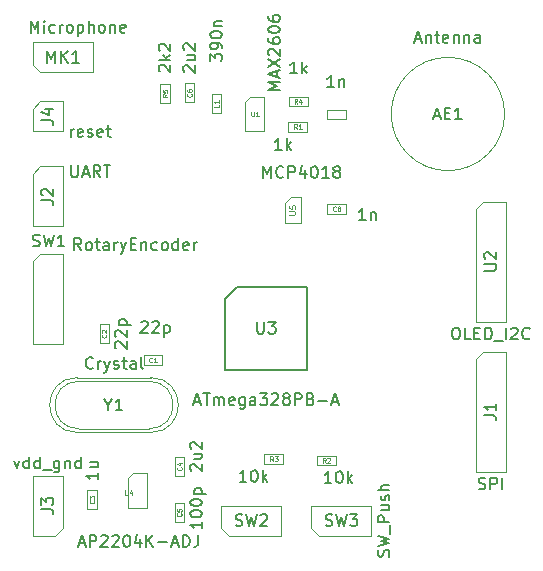
<source format=gbr>
%TF.GenerationSoftware,KiCad,Pcbnew,7.0.8-7.0.8~ubuntu22.04.1*%
%TF.CreationDate,2023-11-09T22:33:04+02:00*%
%TF.ProjectId,elepajaradio,656c6570-616a-4617-9261-64696f2e6b69,rev?*%
%TF.SameCoordinates,Original*%
%TF.FileFunction,AssemblyDrawing,Top*%
%FSLAX46Y46*%
G04 Gerber Fmt 4.6, Leading zero omitted, Abs format (unit mm)*
G04 Created by KiCad (PCBNEW 7.0.8-7.0.8~ubuntu22.04.1) date 2023-11-09 22:33:04*
%MOMM*%
%LPD*%
G01*
G04 APERTURE LIST*
%ADD10C,0.150000*%
%ADD11C,0.060000*%
%ADD12C,0.075000*%
%ADD13C,0.100000*%
G04 APERTURE END LIST*
D10*
X151913333Y-88784819D02*
X151341905Y-88784819D01*
X151627619Y-88784819D02*
X151627619Y-87784819D01*
X151627619Y-87784819D02*
X151532381Y-87927676D01*
X151532381Y-87927676D02*
X151437143Y-88022914D01*
X151437143Y-88022914D02*
X151341905Y-88070533D01*
X152341905Y-88118152D02*
X152341905Y-88784819D01*
X152341905Y-88213390D02*
X152389524Y-88165771D01*
X152389524Y-88165771D02*
X152484762Y-88118152D01*
X152484762Y-88118152D02*
X152627619Y-88118152D01*
X152627619Y-88118152D02*
X152722857Y-88165771D01*
X152722857Y-88165771D02*
X152770476Y-88261009D01*
X152770476Y-88261009D02*
X152770476Y-88784819D01*
D11*
X149383333Y-87993832D02*
X149364285Y-88012880D01*
X149364285Y-88012880D02*
X149307143Y-88031927D01*
X149307143Y-88031927D02*
X149269047Y-88031927D01*
X149269047Y-88031927D02*
X149211904Y-88012880D01*
X149211904Y-88012880D02*
X149173809Y-87974784D01*
X149173809Y-87974784D02*
X149154762Y-87936689D01*
X149154762Y-87936689D02*
X149135714Y-87860499D01*
X149135714Y-87860499D02*
X149135714Y-87803356D01*
X149135714Y-87803356D02*
X149154762Y-87727165D01*
X149154762Y-87727165D02*
X149173809Y-87689070D01*
X149173809Y-87689070D02*
X149211904Y-87650975D01*
X149211904Y-87650975D02*
X149269047Y-87631927D01*
X149269047Y-87631927D02*
X149307143Y-87631927D01*
X149307143Y-87631927D02*
X149364285Y-87650975D01*
X149364285Y-87650975D02*
X149383333Y-87670022D01*
X149611904Y-87803356D02*
X149573809Y-87784308D01*
X149573809Y-87784308D02*
X149554762Y-87765260D01*
X149554762Y-87765260D02*
X149535714Y-87727165D01*
X149535714Y-87727165D02*
X149535714Y-87708118D01*
X149535714Y-87708118D02*
X149554762Y-87670022D01*
X149554762Y-87670022D02*
X149573809Y-87650975D01*
X149573809Y-87650975D02*
X149611904Y-87631927D01*
X149611904Y-87631927D02*
X149688095Y-87631927D01*
X149688095Y-87631927D02*
X149726190Y-87650975D01*
X149726190Y-87650975D02*
X149745238Y-87670022D01*
X149745238Y-87670022D02*
X149764285Y-87708118D01*
X149764285Y-87708118D02*
X149764285Y-87727165D01*
X149764285Y-87727165D02*
X149745238Y-87765260D01*
X149745238Y-87765260D02*
X149726190Y-87784308D01*
X149726190Y-87784308D02*
X149688095Y-87803356D01*
X149688095Y-87803356D02*
X149611904Y-87803356D01*
X149611904Y-87803356D02*
X149573809Y-87822403D01*
X149573809Y-87822403D02*
X149554762Y-87841451D01*
X149554762Y-87841451D02*
X149535714Y-87879546D01*
X149535714Y-87879546D02*
X149535714Y-87955737D01*
X149535714Y-87955737D02*
X149554762Y-87993832D01*
X149554762Y-87993832D02*
X149573809Y-88012880D01*
X149573809Y-88012880D02*
X149611904Y-88031927D01*
X149611904Y-88031927D02*
X149688095Y-88031927D01*
X149688095Y-88031927D02*
X149726190Y-88012880D01*
X149726190Y-88012880D02*
X149745238Y-87993832D01*
X149745238Y-87993832D02*
X149764285Y-87955737D01*
X149764285Y-87955737D02*
X149764285Y-87879546D01*
X149764285Y-87879546D02*
X149745238Y-87841451D01*
X149745238Y-87841451D02*
X149726190Y-87822403D01*
X149726190Y-87822403D02*
X149688095Y-87803356D01*
D10*
X130760057Y-99634285D02*
X130712438Y-99586666D01*
X130712438Y-99586666D02*
X130664819Y-99491428D01*
X130664819Y-99491428D02*
X130664819Y-99253333D01*
X130664819Y-99253333D02*
X130712438Y-99158095D01*
X130712438Y-99158095D02*
X130760057Y-99110476D01*
X130760057Y-99110476D02*
X130855295Y-99062857D01*
X130855295Y-99062857D02*
X130950533Y-99062857D01*
X130950533Y-99062857D02*
X131093390Y-99110476D01*
X131093390Y-99110476D02*
X131664819Y-99681904D01*
X131664819Y-99681904D02*
X131664819Y-99062857D01*
X130760057Y-98681904D02*
X130712438Y-98634285D01*
X130712438Y-98634285D02*
X130664819Y-98539047D01*
X130664819Y-98539047D02*
X130664819Y-98300952D01*
X130664819Y-98300952D02*
X130712438Y-98205714D01*
X130712438Y-98205714D02*
X130760057Y-98158095D01*
X130760057Y-98158095D02*
X130855295Y-98110476D01*
X130855295Y-98110476D02*
X130950533Y-98110476D01*
X130950533Y-98110476D02*
X131093390Y-98158095D01*
X131093390Y-98158095D02*
X131664819Y-98729523D01*
X131664819Y-98729523D02*
X131664819Y-98110476D01*
X130998152Y-97681904D02*
X131998152Y-97681904D01*
X131045771Y-97681904D02*
X130998152Y-97586666D01*
X130998152Y-97586666D02*
X130998152Y-97396190D01*
X130998152Y-97396190D02*
X131045771Y-97300952D01*
X131045771Y-97300952D02*
X131093390Y-97253333D01*
X131093390Y-97253333D02*
X131188628Y-97205714D01*
X131188628Y-97205714D02*
X131474342Y-97205714D01*
X131474342Y-97205714D02*
X131569580Y-97253333D01*
X131569580Y-97253333D02*
X131617200Y-97300952D01*
X131617200Y-97300952D02*
X131664819Y-97396190D01*
X131664819Y-97396190D02*
X131664819Y-97586666D01*
X131664819Y-97586666D02*
X131617200Y-97681904D01*
D11*
X129923832Y-98486666D02*
X129942880Y-98505714D01*
X129942880Y-98505714D02*
X129961927Y-98562856D01*
X129961927Y-98562856D02*
X129961927Y-98600952D01*
X129961927Y-98600952D02*
X129942880Y-98658095D01*
X129942880Y-98658095D02*
X129904784Y-98696190D01*
X129904784Y-98696190D02*
X129866689Y-98715237D01*
X129866689Y-98715237D02*
X129790499Y-98734285D01*
X129790499Y-98734285D02*
X129733356Y-98734285D01*
X129733356Y-98734285D02*
X129657165Y-98715237D01*
X129657165Y-98715237D02*
X129619070Y-98696190D01*
X129619070Y-98696190D02*
X129580975Y-98658095D01*
X129580975Y-98658095D02*
X129561927Y-98600952D01*
X129561927Y-98600952D02*
X129561927Y-98562856D01*
X129561927Y-98562856D02*
X129580975Y-98505714D01*
X129580975Y-98505714D02*
X129600022Y-98486666D01*
X129600022Y-98334285D02*
X129580975Y-98315237D01*
X129580975Y-98315237D02*
X129561927Y-98277142D01*
X129561927Y-98277142D02*
X129561927Y-98181904D01*
X129561927Y-98181904D02*
X129580975Y-98143809D01*
X129580975Y-98143809D02*
X129600022Y-98124761D01*
X129600022Y-98124761D02*
X129638118Y-98105714D01*
X129638118Y-98105714D02*
X129676213Y-98105714D01*
X129676213Y-98105714D02*
X129733356Y-98124761D01*
X129733356Y-98124761D02*
X129961927Y-98353333D01*
X129961927Y-98353333D02*
X129961927Y-98105714D01*
D10*
X141804761Y-110954819D02*
X141233333Y-110954819D01*
X141519047Y-110954819D02*
X141519047Y-109954819D01*
X141519047Y-109954819D02*
X141423809Y-110097676D01*
X141423809Y-110097676D02*
X141328571Y-110192914D01*
X141328571Y-110192914D02*
X141233333Y-110240533D01*
X142423809Y-109954819D02*
X142519047Y-109954819D01*
X142519047Y-109954819D02*
X142614285Y-110002438D01*
X142614285Y-110002438D02*
X142661904Y-110050057D01*
X142661904Y-110050057D02*
X142709523Y-110145295D01*
X142709523Y-110145295D02*
X142757142Y-110335771D01*
X142757142Y-110335771D02*
X142757142Y-110573866D01*
X142757142Y-110573866D02*
X142709523Y-110764342D01*
X142709523Y-110764342D02*
X142661904Y-110859580D01*
X142661904Y-110859580D02*
X142614285Y-110907200D01*
X142614285Y-110907200D02*
X142519047Y-110954819D01*
X142519047Y-110954819D02*
X142423809Y-110954819D01*
X142423809Y-110954819D02*
X142328571Y-110907200D01*
X142328571Y-110907200D02*
X142280952Y-110859580D01*
X142280952Y-110859580D02*
X142233333Y-110764342D01*
X142233333Y-110764342D02*
X142185714Y-110573866D01*
X142185714Y-110573866D02*
X142185714Y-110335771D01*
X142185714Y-110335771D02*
X142233333Y-110145295D01*
X142233333Y-110145295D02*
X142280952Y-110050057D01*
X142280952Y-110050057D02*
X142328571Y-110002438D01*
X142328571Y-110002438D02*
X142423809Y-109954819D01*
X143185714Y-110954819D02*
X143185714Y-109954819D01*
X143280952Y-110573866D02*
X143566666Y-110954819D01*
X143566666Y-110288152D02*
X143185714Y-110669104D01*
D11*
X144068333Y-109191927D02*
X143935000Y-109001451D01*
X143839762Y-109191927D02*
X143839762Y-108791927D01*
X143839762Y-108791927D02*
X143992143Y-108791927D01*
X143992143Y-108791927D02*
X144030238Y-108810975D01*
X144030238Y-108810975D02*
X144049285Y-108830022D01*
X144049285Y-108830022D02*
X144068333Y-108868118D01*
X144068333Y-108868118D02*
X144068333Y-108925260D01*
X144068333Y-108925260D02*
X144049285Y-108963356D01*
X144049285Y-108963356D02*
X144030238Y-108982403D01*
X144030238Y-108982403D02*
X143992143Y-109001451D01*
X143992143Y-109001451D02*
X143839762Y-109001451D01*
X144201666Y-108791927D02*
X144449285Y-108791927D01*
X144449285Y-108791927D02*
X144315952Y-108944308D01*
X144315952Y-108944308D02*
X144373095Y-108944308D01*
X144373095Y-108944308D02*
X144411190Y-108963356D01*
X144411190Y-108963356D02*
X144430238Y-108982403D01*
X144430238Y-108982403D02*
X144449285Y-109020499D01*
X144449285Y-109020499D02*
X144449285Y-109115737D01*
X144449285Y-109115737D02*
X144430238Y-109153832D01*
X144430238Y-109153832D02*
X144411190Y-109172880D01*
X144411190Y-109172880D02*
X144373095Y-109191927D01*
X144373095Y-109191927D02*
X144258809Y-109191927D01*
X144258809Y-109191927D02*
X144220714Y-109172880D01*
X144220714Y-109172880D02*
X144201666Y-109153832D01*
D10*
X156108095Y-73479104D02*
X156584285Y-73479104D01*
X156012857Y-73764819D02*
X156346190Y-72764819D01*
X156346190Y-72764819D02*
X156679523Y-73764819D01*
X157012857Y-73098152D02*
X157012857Y-73764819D01*
X157012857Y-73193390D02*
X157060476Y-73145771D01*
X157060476Y-73145771D02*
X157155714Y-73098152D01*
X157155714Y-73098152D02*
X157298571Y-73098152D01*
X157298571Y-73098152D02*
X157393809Y-73145771D01*
X157393809Y-73145771D02*
X157441428Y-73241009D01*
X157441428Y-73241009D02*
X157441428Y-73764819D01*
X157774762Y-73098152D02*
X158155714Y-73098152D01*
X157917619Y-72764819D02*
X157917619Y-73621961D01*
X157917619Y-73621961D02*
X157965238Y-73717200D01*
X157965238Y-73717200D02*
X158060476Y-73764819D01*
X158060476Y-73764819D02*
X158155714Y-73764819D01*
X158870000Y-73717200D02*
X158774762Y-73764819D01*
X158774762Y-73764819D02*
X158584286Y-73764819D01*
X158584286Y-73764819D02*
X158489048Y-73717200D01*
X158489048Y-73717200D02*
X158441429Y-73621961D01*
X158441429Y-73621961D02*
X158441429Y-73241009D01*
X158441429Y-73241009D02*
X158489048Y-73145771D01*
X158489048Y-73145771D02*
X158584286Y-73098152D01*
X158584286Y-73098152D02*
X158774762Y-73098152D01*
X158774762Y-73098152D02*
X158870000Y-73145771D01*
X158870000Y-73145771D02*
X158917619Y-73241009D01*
X158917619Y-73241009D02*
X158917619Y-73336247D01*
X158917619Y-73336247D02*
X158441429Y-73431485D01*
X159346191Y-73098152D02*
X159346191Y-73764819D01*
X159346191Y-73193390D02*
X159393810Y-73145771D01*
X159393810Y-73145771D02*
X159489048Y-73098152D01*
X159489048Y-73098152D02*
X159631905Y-73098152D01*
X159631905Y-73098152D02*
X159727143Y-73145771D01*
X159727143Y-73145771D02*
X159774762Y-73241009D01*
X159774762Y-73241009D02*
X159774762Y-73764819D01*
X160250953Y-73098152D02*
X160250953Y-73764819D01*
X160250953Y-73193390D02*
X160298572Y-73145771D01*
X160298572Y-73145771D02*
X160393810Y-73098152D01*
X160393810Y-73098152D02*
X160536667Y-73098152D01*
X160536667Y-73098152D02*
X160631905Y-73145771D01*
X160631905Y-73145771D02*
X160679524Y-73241009D01*
X160679524Y-73241009D02*
X160679524Y-73764819D01*
X161584286Y-73764819D02*
X161584286Y-73241009D01*
X161584286Y-73241009D02*
X161536667Y-73145771D01*
X161536667Y-73145771D02*
X161441429Y-73098152D01*
X161441429Y-73098152D02*
X161250953Y-73098152D01*
X161250953Y-73098152D02*
X161155715Y-73145771D01*
X161584286Y-73717200D02*
X161489048Y-73764819D01*
X161489048Y-73764819D02*
X161250953Y-73764819D01*
X161250953Y-73764819D02*
X161155715Y-73717200D01*
X161155715Y-73717200D02*
X161108096Y-73621961D01*
X161108096Y-73621961D02*
X161108096Y-73526723D01*
X161108096Y-73526723D02*
X161155715Y-73431485D01*
X161155715Y-73431485D02*
X161250953Y-73383866D01*
X161250953Y-73383866D02*
X161489048Y-73383866D01*
X161489048Y-73383866D02*
X161584286Y-73336247D01*
X157703333Y-79979104D02*
X158179523Y-79979104D01*
X157608095Y-80264819D02*
X157941428Y-79264819D01*
X157941428Y-79264819D02*
X158274761Y-80264819D01*
X158608095Y-79741009D02*
X158941428Y-79741009D01*
X159084285Y-80264819D02*
X158608095Y-80264819D01*
X158608095Y-80264819D02*
X158608095Y-79264819D01*
X158608095Y-79264819D02*
X159084285Y-79264819D01*
X160036666Y-80264819D02*
X159465238Y-80264819D01*
X159750952Y-80264819D02*
X159750952Y-79264819D01*
X159750952Y-79264819D02*
X159655714Y-79407676D01*
X159655714Y-79407676D02*
X159560476Y-79502914D01*
X159560476Y-79502914D02*
X159465238Y-79550533D01*
X134470057Y-76206666D02*
X134422438Y-76159047D01*
X134422438Y-76159047D02*
X134374819Y-76063809D01*
X134374819Y-76063809D02*
X134374819Y-75825714D01*
X134374819Y-75825714D02*
X134422438Y-75730476D01*
X134422438Y-75730476D02*
X134470057Y-75682857D01*
X134470057Y-75682857D02*
X134565295Y-75635238D01*
X134565295Y-75635238D02*
X134660533Y-75635238D01*
X134660533Y-75635238D02*
X134803390Y-75682857D01*
X134803390Y-75682857D02*
X135374819Y-76254285D01*
X135374819Y-76254285D02*
X135374819Y-75635238D01*
X135374819Y-75206666D02*
X134374819Y-75206666D01*
X134993866Y-75111428D02*
X135374819Y-74825714D01*
X134708152Y-74825714D02*
X135089104Y-75206666D01*
X134470057Y-74444761D02*
X134422438Y-74397142D01*
X134422438Y-74397142D02*
X134374819Y-74301904D01*
X134374819Y-74301904D02*
X134374819Y-74063809D01*
X134374819Y-74063809D02*
X134422438Y-73968571D01*
X134422438Y-73968571D02*
X134470057Y-73920952D01*
X134470057Y-73920952D02*
X134565295Y-73873333D01*
X134565295Y-73873333D02*
X134660533Y-73873333D01*
X134660533Y-73873333D02*
X134803390Y-73920952D01*
X134803390Y-73920952D02*
X135374819Y-74492380D01*
X135374819Y-74492380D02*
X135374819Y-73873333D01*
D11*
X135107576Y-78155831D02*
X134917100Y-78289164D01*
X135107576Y-78384402D02*
X134707576Y-78384402D01*
X134707576Y-78384402D02*
X134707576Y-78232021D01*
X134707576Y-78232021D02*
X134726624Y-78193926D01*
X134726624Y-78193926D02*
X134745671Y-78174879D01*
X134745671Y-78174879D02*
X134783767Y-78155831D01*
X134783767Y-78155831D02*
X134840909Y-78155831D01*
X134840909Y-78155831D02*
X134879005Y-78174879D01*
X134879005Y-78174879D02*
X134898052Y-78193926D01*
X134898052Y-78193926D02*
X134917100Y-78232021D01*
X134917100Y-78232021D02*
X134917100Y-78384402D01*
X134707576Y-77793926D02*
X134707576Y-77984402D01*
X134707576Y-77984402D02*
X134898052Y-78003450D01*
X134898052Y-78003450D02*
X134879005Y-77984402D01*
X134879005Y-77984402D02*
X134859957Y-77946307D01*
X134859957Y-77946307D02*
X134859957Y-77851069D01*
X134859957Y-77851069D02*
X134879005Y-77812974D01*
X134879005Y-77812974D02*
X134898052Y-77793926D01*
X134898052Y-77793926D02*
X134936148Y-77774879D01*
X134936148Y-77774879D02*
X135031386Y-77774879D01*
X135031386Y-77774879D02*
X135069481Y-77793926D01*
X135069481Y-77793926D02*
X135088529Y-77812974D01*
X135088529Y-77812974D02*
X135107576Y-77851069D01*
X135107576Y-77851069D02*
X135107576Y-77946307D01*
X135107576Y-77946307D02*
X135088529Y-77984402D01*
X135088529Y-77984402D02*
X135069481Y-78003450D01*
D10*
X138054819Y-114319047D02*
X138054819Y-114890475D01*
X138054819Y-114604761D02*
X137054819Y-114604761D01*
X137054819Y-114604761D02*
X137197676Y-114699999D01*
X137197676Y-114699999D02*
X137292914Y-114795237D01*
X137292914Y-114795237D02*
X137340533Y-114890475D01*
X137054819Y-113699999D02*
X137054819Y-113604761D01*
X137054819Y-113604761D02*
X137102438Y-113509523D01*
X137102438Y-113509523D02*
X137150057Y-113461904D01*
X137150057Y-113461904D02*
X137245295Y-113414285D01*
X137245295Y-113414285D02*
X137435771Y-113366666D01*
X137435771Y-113366666D02*
X137673866Y-113366666D01*
X137673866Y-113366666D02*
X137864342Y-113414285D01*
X137864342Y-113414285D02*
X137959580Y-113461904D01*
X137959580Y-113461904D02*
X138007200Y-113509523D01*
X138007200Y-113509523D02*
X138054819Y-113604761D01*
X138054819Y-113604761D02*
X138054819Y-113699999D01*
X138054819Y-113699999D02*
X138007200Y-113795237D01*
X138007200Y-113795237D02*
X137959580Y-113842856D01*
X137959580Y-113842856D02*
X137864342Y-113890475D01*
X137864342Y-113890475D02*
X137673866Y-113938094D01*
X137673866Y-113938094D02*
X137435771Y-113938094D01*
X137435771Y-113938094D02*
X137245295Y-113890475D01*
X137245295Y-113890475D02*
X137150057Y-113842856D01*
X137150057Y-113842856D02*
X137102438Y-113795237D01*
X137102438Y-113795237D02*
X137054819Y-113699999D01*
X137054819Y-112747618D02*
X137054819Y-112652380D01*
X137054819Y-112652380D02*
X137102438Y-112557142D01*
X137102438Y-112557142D02*
X137150057Y-112509523D01*
X137150057Y-112509523D02*
X137245295Y-112461904D01*
X137245295Y-112461904D02*
X137435771Y-112414285D01*
X137435771Y-112414285D02*
X137673866Y-112414285D01*
X137673866Y-112414285D02*
X137864342Y-112461904D01*
X137864342Y-112461904D02*
X137959580Y-112509523D01*
X137959580Y-112509523D02*
X138007200Y-112557142D01*
X138007200Y-112557142D02*
X138054819Y-112652380D01*
X138054819Y-112652380D02*
X138054819Y-112747618D01*
X138054819Y-112747618D02*
X138007200Y-112842856D01*
X138007200Y-112842856D02*
X137959580Y-112890475D01*
X137959580Y-112890475D02*
X137864342Y-112938094D01*
X137864342Y-112938094D02*
X137673866Y-112985713D01*
X137673866Y-112985713D02*
X137435771Y-112985713D01*
X137435771Y-112985713D02*
X137245295Y-112938094D01*
X137245295Y-112938094D02*
X137150057Y-112890475D01*
X137150057Y-112890475D02*
X137102438Y-112842856D01*
X137102438Y-112842856D02*
X137054819Y-112747618D01*
X137388152Y-111985713D02*
X138388152Y-111985713D01*
X137435771Y-111985713D02*
X137388152Y-111890475D01*
X137388152Y-111890475D02*
X137388152Y-111699999D01*
X137388152Y-111699999D02*
X137435771Y-111604761D01*
X137435771Y-111604761D02*
X137483390Y-111557142D01*
X137483390Y-111557142D02*
X137578628Y-111509523D01*
X137578628Y-111509523D02*
X137864342Y-111509523D01*
X137864342Y-111509523D02*
X137959580Y-111557142D01*
X137959580Y-111557142D02*
X138007200Y-111604761D01*
X138007200Y-111604761D02*
X138054819Y-111699999D01*
X138054819Y-111699999D02*
X138054819Y-111890475D01*
X138054819Y-111890475D02*
X138007200Y-111985713D01*
D11*
X136280951Y-113630066D02*
X136299999Y-113649114D01*
X136299999Y-113649114D02*
X136319046Y-113706256D01*
X136319046Y-113706256D02*
X136319046Y-113744352D01*
X136319046Y-113744352D02*
X136299999Y-113801495D01*
X136299999Y-113801495D02*
X136261903Y-113839590D01*
X136261903Y-113839590D02*
X136223808Y-113858637D01*
X136223808Y-113858637D02*
X136147618Y-113877685D01*
X136147618Y-113877685D02*
X136090475Y-113877685D01*
X136090475Y-113877685D02*
X136014284Y-113858637D01*
X136014284Y-113858637D02*
X135976189Y-113839590D01*
X135976189Y-113839590D02*
X135938094Y-113801495D01*
X135938094Y-113801495D02*
X135919046Y-113744352D01*
X135919046Y-113744352D02*
X135919046Y-113706256D01*
X135919046Y-113706256D02*
X135938094Y-113649114D01*
X135938094Y-113649114D02*
X135957141Y-113630066D01*
X135919046Y-113268161D02*
X135919046Y-113458637D01*
X135919046Y-113458637D02*
X136109522Y-113477685D01*
X136109522Y-113477685D02*
X136090475Y-113458637D01*
X136090475Y-113458637D02*
X136071427Y-113420542D01*
X136071427Y-113420542D02*
X136071427Y-113325304D01*
X136071427Y-113325304D02*
X136090475Y-113287209D01*
X136090475Y-113287209D02*
X136109522Y-113268161D01*
X136109522Y-113268161D02*
X136147618Y-113249114D01*
X136147618Y-113249114D02*
X136242856Y-113249114D01*
X136242856Y-113249114D02*
X136280951Y-113268161D01*
X136280951Y-113268161D02*
X136299999Y-113287209D01*
X136299999Y-113287209D02*
X136319046Y-113325304D01*
X136319046Y-113325304D02*
X136319046Y-113420542D01*
X136319046Y-113420542D02*
X136299999Y-113458637D01*
X136299999Y-113458637D02*
X136280951Y-113477685D01*
D10*
X140906667Y-114637200D02*
X141049524Y-114684819D01*
X141049524Y-114684819D02*
X141287619Y-114684819D01*
X141287619Y-114684819D02*
X141382857Y-114637200D01*
X141382857Y-114637200D02*
X141430476Y-114589580D01*
X141430476Y-114589580D02*
X141478095Y-114494342D01*
X141478095Y-114494342D02*
X141478095Y-114399104D01*
X141478095Y-114399104D02*
X141430476Y-114303866D01*
X141430476Y-114303866D02*
X141382857Y-114256247D01*
X141382857Y-114256247D02*
X141287619Y-114208628D01*
X141287619Y-114208628D02*
X141097143Y-114161009D01*
X141097143Y-114161009D02*
X141001905Y-114113390D01*
X141001905Y-114113390D02*
X140954286Y-114065771D01*
X140954286Y-114065771D02*
X140906667Y-113970533D01*
X140906667Y-113970533D02*
X140906667Y-113875295D01*
X140906667Y-113875295D02*
X140954286Y-113780057D01*
X140954286Y-113780057D02*
X141001905Y-113732438D01*
X141001905Y-113732438D02*
X141097143Y-113684819D01*
X141097143Y-113684819D02*
X141335238Y-113684819D01*
X141335238Y-113684819D02*
X141478095Y-113732438D01*
X141811429Y-113684819D02*
X142049524Y-114684819D01*
X142049524Y-114684819D02*
X142240000Y-113970533D01*
X142240000Y-113970533D02*
X142430476Y-114684819D01*
X142430476Y-114684819D02*
X142668572Y-113684819D01*
X143001905Y-113780057D02*
X143049524Y-113732438D01*
X143049524Y-113732438D02*
X143144762Y-113684819D01*
X143144762Y-113684819D02*
X143382857Y-113684819D01*
X143382857Y-113684819D02*
X143478095Y-113732438D01*
X143478095Y-113732438D02*
X143525714Y-113780057D01*
X143525714Y-113780057D02*
X143573333Y-113875295D01*
X143573333Y-113875295D02*
X143573333Y-113970533D01*
X143573333Y-113970533D02*
X143525714Y-114113390D01*
X143525714Y-114113390D02*
X142954286Y-114684819D01*
X142954286Y-114684819D02*
X143573333Y-114684819D01*
X126940952Y-81754819D02*
X126940952Y-81088152D01*
X126940952Y-81278628D02*
X126988571Y-81183390D01*
X126988571Y-81183390D02*
X127036190Y-81135771D01*
X127036190Y-81135771D02*
X127131428Y-81088152D01*
X127131428Y-81088152D02*
X127226666Y-81088152D01*
X127940952Y-81707200D02*
X127845714Y-81754819D01*
X127845714Y-81754819D02*
X127655238Y-81754819D01*
X127655238Y-81754819D02*
X127560000Y-81707200D01*
X127560000Y-81707200D02*
X127512381Y-81611961D01*
X127512381Y-81611961D02*
X127512381Y-81231009D01*
X127512381Y-81231009D02*
X127560000Y-81135771D01*
X127560000Y-81135771D02*
X127655238Y-81088152D01*
X127655238Y-81088152D02*
X127845714Y-81088152D01*
X127845714Y-81088152D02*
X127940952Y-81135771D01*
X127940952Y-81135771D02*
X127988571Y-81231009D01*
X127988571Y-81231009D02*
X127988571Y-81326247D01*
X127988571Y-81326247D02*
X127512381Y-81421485D01*
X128369524Y-81707200D02*
X128464762Y-81754819D01*
X128464762Y-81754819D02*
X128655238Y-81754819D01*
X128655238Y-81754819D02*
X128750476Y-81707200D01*
X128750476Y-81707200D02*
X128798095Y-81611961D01*
X128798095Y-81611961D02*
X128798095Y-81564342D01*
X128798095Y-81564342D02*
X128750476Y-81469104D01*
X128750476Y-81469104D02*
X128655238Y-81421485D01*
X128655238Y-81421485D02*
X128512381Y-81421485D01*
X128512381Y-81421485D02*
X128417143Y-81373866D01*
X128417143Y-81373866D02*
X128369524Y-81278628D01*
X128369524Y-81278628D02*
X128369524Y-81231009D01*
X128369524Y-81231009D02*
X128417143Y-81135771D01*
X128417143Y-81135771D02*
X128512381Y-81088152D01*
X128512381Y-81088152D02*
X128655238Y-81088152D01*
X128655238Y-81088152D02*
X128750476Y-81135771D01*
X129607619Y-81707200D02*
X129512381Y-81754819D01*
X129512381Y-81754819D02*
X129321905Y-81754819D01*
X129321905Y-81754819D02*
X129226667Y-81707200D01*
X129226667Y-81707200D02*
X129179048Y-81611961D01*
X129179048Y-81611961D02*
X129179048Y-81231009D01*
X129179048Y-81231009D02*
X129226667Y-81135771D01*
X129226667Y-81135771D02*
X129321905Y-81088152D01*
X129321905Y-81088152D02*
X129512381Y-81088152D01*
X129512381Y-81088152D02*
X129607619Y-81135771D01*
X129607619Y-81135771D02*
X129655238Y-81231009D01*
X129655238Y-81231009D02*
X129655238Y-81326247D01*
X129655238Y-81326247D02*
X129179048Y-81421485D01*
X129940953Y-81088152D02*
X130321905Y-81088152D01*
X130083810Y-80754819D02*
X130083810Y-81611961D01*
X130083810Y-81611961D02*
X130131429Y-81707200D01*
X130131429Y-81707200D02*
X130226667Y-81754819D01*
X130226667Y-81754819D02*
X130321905Y-81754819D01*
X124454819Y-80333333D02*
X125169104Y-80333333D01*
X125169104Y-80333333D02*
X125311961Y-80380952D01*
X125311961Y-80380952D02*
X125407200Y-80476190D01*
X125407200Y-80476190D02*
X125454819Y-80619047D01*
X125454819Y-80619047D02*
X125454819Y-80714285D01*
X124788152Y-79428571D02*
X125454819Y-79428571D01*
X124407200Y-79666666D02*
X125121485Y-79904761D01*
X125121485Y-79904761D02*
X125121485Y-79285714D01*
X153867200Y-117277618D02*
X153914819Y-117134761D01*
X153914819Y-117134761D02*
X153914819Y-116896666D01*
X153914819Y-116896666D02*
X153867200Y-116801428D01*
X153867200Y-116801428D02*
X153819580Y-116753809D01*
X153819580Y-116753809D02*
X153724342Y-116706190D01*
X153724342Y-116706190D02*
X153629104Y-116706190D01*
X153629104Y-116706190D02*
X153533866Y-116753809D01*
X153533866Y-116753809D02*
X153486247Y-116801428D01*
X153486247Y-116801428D02*
X153438628Y-116896666D01*
X153438628Y-116896666D02*
X153391009Y-117087142D01*
X153391009Y-117087142D02*
X153343390Y-117182380D01*
X153343390Y-117182380D02*
X153295771Y-117229999D01*
X153295771Y-117229999D02*
X153200533Y-117277618D01*
X153200533Y-117277618D02*
X153105295Y-117277618D01*
X153105295Y-117277618D02*
X153010057Y-117229999D01*
X153010057Y-117229999D02*
X152962438Y-117182380D01*
X152962438Y-117182380D02*
X152914819Y-117087142D01*
X152914819Y-117087142D02*
X152914819Y-116849047D01*
X152914819Y-116849047D02*
X152962438Y-116706190D01*
X152914819Y-116372856D02*
X153914819Y-116134761D01*
X153914819Y-116134761D02*
X153200533Y-115944285D01*
X153200533Y-115944285D02*
X153914819Y-115753809D01*
X153914819Y-115753809D02*
X152914819Y-115515714D01*
X154010057Y-115372857D02*
X154010057Y-114610952D01*
X153914819Y-114372856D02*
X152914819Y-114372856D01*
X152914819Y-114372856D02*
X152914819Y-113991904D01*
X152914819Y-113991904D02*
X152962438Y-113896666D01*
X152962438Y-113896666D02*
X153010057Y-113849047D01*
X153010057Y-113849047D02*
X153105295Y-113801428D01*
X153105295Y-113801428D02*
X153248152Y-113801428D01*
X153248152Y-113801428D02*
X153343390Y-113849047D01*
X153343390Y-113849047D02*
X153391009Y-113896666D01*
X153391009Y-113896666D02*
X153438628Y-113991904D01*
X153438628Y-113991904D02*
X153438628Y-114372856D01*
X153248152Y-112944285D02*
X153914819Y-112944285D01*
X153248152Y-113372856D02*
X153771961Y-113372856D01*
X153771961Y-113372856D02*
X153867200Y-113325237D01*
X153867200Y-113325237D02*
X153914819Y-113229999D01*
X153914819Y-113229999D02*
X153914819Y-113087142D01*
X153914819Y-113087142D02*
X153867200Y-112991904D01*
X153867200Y-112991904D02*
X153819580Y-112944285D01*
X153867200Y-112515713D02*
X153914819Y-112420475D01*
X153914819Y-112420475D02*
X153914819Y-112229999D01*
X153914819Y-112229999D02*
X153867200Y-112134761D01*
X153867200Y-112134761D02*
X153771961Y-112087142D01*
X153771961Y-112087142D02*
X153724342Y-112087142D01*
X153724342Y-112087142D02*
X153629104Y-112134761D01*
X153629104Y-112134761D02*
X153581485Y-112229999D01*
X153581485Y-112229999D02*
X153581485Y-112372856D01*
X153581485Y-112372856D02*
X153533866Y-112468094D01*
X153533866Y-112468094D02*
X153438628Y-112515713D01*
X153438628Y-112515713D02*
X153391009Y-112515713D01*
X153391009Y-112515713D02*
X153295771Y-112468094D01*
X153295771Y-112468094D02*
X153248152Y-112372856D01*
X153248152Y-112372856D02*
X153248152Y-112229999D01*
X153248152Y-112229999D02*
X153295771Y-112134761D01*
X153914819Y-111658570D02*
X152914819Y-111658570D01*
X153914819Y-111229999D02*
X153391009Y-111229999D01*
X153391009Y-111229999D02*
X153295771Y-111277618D01*
X153295771Y-111277618D02*
X153248152Y-111372856D01*
X153248152Y-111372856D02*
X153248152Y-111515713D01*
X153248152Y-111515713D02*
X153295771Y-111610951D01*
X153295771Y-111610951D02*
X153343390Y-111658570D01*
X148526667Y-114637200D02*
X148669524Y-114684819D01*
X148669524Y-114684819D02*
X148907619Y-114684819D01*
X148907619Y-114684819D02*
X149002857Y-114637200D01*
X149002857Y-114637200D02*
X149050476Y-114589580D01*
X149050476Y-114589580D02*
X149098095Y-114494342D01*
X149098095Y-114494342D02*
X149098095Y-114399104D01*
X149098095Y-114399104D02*
X149050476Y-114303866D01*
X149050476Y-114303866D02*
X149002857Y-114256247D01*
X149002857Y-114256247D02*
X148907619Y-114208628D01*
X148907619Y-114208628D02*
X148717143Y-114161009D01*
X148717143Y-114161009D02*
X148621905Y-114113390D01*
X148621905Y-114113390D02*
X148574286Y-114065771D01*
X148574286Y-114065771D02*
X148526667Y-113970533D01*
X148526667Y-113970533D02*
X148526667Y-113875295D01*
X148526667Y-113875295D02*
X148574286Y-113780057D01*
X148574286Y-113780057D02*
X148621905Y-113732438D01*
X148621905Y-113732438D02*
X148717143Y-113684819D01*
X148717143Y-113684819D02*
X148955238Y-113684819D01*
X148955238Y-113684819D02*
X149098095Y-113732438D01*
X149431429Y-113684819D02*
X149669524Y-114684819D01*
X149669524Y-114684819D02*
X149860000Y-113970533D01*
X149860000Y-113970533D02*
X150050476Y-114684819D01*
X150050476Y-114684819D02*
X150288572Y-113684819D01*
X150574286Y-113684819D02*
X151193333Y-113684819D01*
X151193333Y-113684819D02*
X150860000Y-114065771D01*
X150860000Y-114065771D02*
X151002857Y-114065771D01*
X151002857Y-114065771D02*
X151098095Y-114113390D01*
X151098095Y-114113390D02*
X151145714Y-114161009D01*
X151145714Y-114161009D02*
X151193333Y-114256247D01*
X151193333Y-114256247D02*
X151193333Y-114494342D01*
X151193333Y-114494342D02*
X151145714Y-114589580D01*
X151145714Y-114589580D02*
X151098095Y-114637200D01*
X151098095Y-114637200D02*
X151002857Y-114684819D01*
X151002857Y-114684819D02*
X150717143Y-114684819D01*
X150717143Y-114684819D02*
X150621905Y-114637200D01*
X150621905Y-114637200D02*
X150574286Y-114589580D01*
X129254819Y-110166666D02*
X129254819Y-110738094D01*
X129254819Y-110452380D02*
X128254819Y-110452380D01*
X128254819Y-110452380D02*
X128397676Y-110547618D01*
X128397676Y-110547618D02*
X128492914Y-110642856D01*
X128492914Y-110642856D02*
X128540533Y-110738094D01*
X128588152Y-109309523D02*
X129254819Y-109309523D01*
X128588152Y-109738094D02*
X129111961Y-109738094D01*
X129111961Y-109738094D02*
X129207200Y-109690475D01*
X129207200Y-109690475D02*
X129254819Y-109595237D01*
X129254819Y-109595237D02*
X129254819Y-109452380D01*
X129254819Y-109452380D02*
X129207200Y-109357142D01*
X129207200Y-109357142D02*
X129159580Y-109309523D01*
D11*
X128894750Y-112525074D02*
X128913798Y-112544122D01*
X128913798Y-112544122D02*
X128932845Y-112601264D01*
X128932845Y-112601264D02*
X128932845Y-112639360D01*
X128932845Y-112639360D02*
X128913798Y-112696503D01*
X128913798Y-112696503D02*
X128875702Y-112734598D01*
X128875702Y-112734598D02*
X128837607Y-112753645D01*
X128837607Y-112753645D02*
X128761417Y-112772693D01*
X128761417Y-112772693D02*
X128704274Y-112772693D01*
X128704274Y-112772693D02*
X128628083Y-112753645D01*
X128628083Y-112753645D02*
X128589988Y-112734598D01*
X128589988Y-112734598D02*
X128551893Y-112696503D01*
X128551893Y-112696503D02*
X128532845Y-112639360D01*
X128532845Y-112639360D02*
X128532845Y-112601264D01*
X128532845Y-112601264D02*
X128551893Y-112544122D01*
X128551893Y-112544122D02*
X128570940Y-112525074D01*
X128532845Y-112391741D02*
X128532845Y-112144122D01*
X128532845Y-112144122D02*
X128685226Y-112277455D01*
X128685226Y-112277455D02*
X128685226Y-112220312D01*
X128685226Y-112220312D02*
X128704274Y-112182217D01*
X128704274Y-112182217D02*
X128723321Y-112163169D01*
X128723321Y-112163169D02*
X128761417Y-112144122D01*
X128761417Y-112144122D02*
X128856655Y-112144122D01*
X128856655Y-112144122D02*
X128894750Y-112163169D01*
X128894750Y-112163169D02*
X128913798Y-112182217D01*
X128913798Y-112182217D02*
X128932845Y-112220312D01*
X128932845Y-112220312D02*
X128932845Y-112334598D01*
X128932845Y-112334598D02*
X128913798Y-112372693D01*
X128913798Y-112372693D02*
X128894750Y-112391741D01*
D10*
X128814284Y-101284580D02*
X128766665Y-101332200D01*
X128766665Y-101332200D02*
X128623808Y-101379819D01*
X128623808Y-101379819D02*
X128528570Y-101379819D01*
X128528570Y-101379819D02*
X128385713Y-101332200D01*
X128385713Y-101332200D02*
X128290475Y-101236961D01*
X128290475Y-101236961D02*
X128242856Y-101141723D01*
X128242856Y-101141723D02*
X128195237Y-100951247D01*
X128195237Y-100951247D02*
X128195237Y-100808390D01*
X128195237Y-100808390D02*
X128242856Y-100617914D01*
X128242856Y-100617914D02*
X128290475Y-100522676D01*
X128290475Y-100522676D02*
X128385713Y-100427438D01*
X128385713Y-100427438D02*
X128528570Y-100379819D01*
X128528570Y-100379819D02*
X128623808Y-100379819D01*
X128623808Y-100379819D02*
X128766665Y-100427438D01*
X128766665Y-100427438D02*
X128814284Y-100475057D01*
X129242856Y-101379819D02*
X129242856Y-100713152D01*
X129242856Y-100903628D02*
X129290475Y-100808390D01*
X129290475Y-100808390D02*
X129338094Y-100760771D01*
X129338094Y-100760771D02*
X129433332Y-100713152D01*
X129433332Y-100713152D02*
X129528570Y-100713152D01*
X129766666Y-100713152D02*
X130004761Y-101379819D01*
X130242856Y-100713152D02*
X130004761Y-101379819D01*
X130004761Y-101379819D02*
X129909523Y-101617914D01*
X129909523Y-101617914D02*
X129861904Y-101665533D01*
X129861904Y-101665533D02*
X129766666Y-101713152D01*
X130576190Y-101332200D02*
X130671428Y-101379819D01*
X130671428Y-101379819D02*
X130861904Y-101379819D01*
X130861904Y-101379819D02*
X130957142Y-101332200D01*
X130957142Y-101332200D02*
X131004761Y-101236961D01*
X131004761Y-101236961D02*
X131004761Y-101189342D01*
X131004761Y-101189342D02*
X130957142Y-101094104D01*
X130957142Y-101094104D02*
X130861904Y-101046485D01*
X130861904Y-101046485D02*
X130719047Y-101046485D01*
X130719047Y-101046485D02*
X130623809Y-100998866D01*
X130623809Y-100998866D02*
X130576190Y-100903628D01*
X130576190Y-100903628D02*
X130576190Y-100856009D01*
X130576190Y-100856009D02*
X130623809Y-100760771D01*
X130623809Y-100760771D02*
X130719047Y-100713152D01*
X130719047Y-100713152D02*
X130861904Y-100713152D01*
X130861904Y-100713152D02*
X130957142Y-100760771D01*
X131290476Y-100713152D02*
X131671428Y-100713152D01*
X131433333Y-100379819D02*
X131433333Y-101236961D01*
X131433333Y-101236961D02*
X131480952Y-101332200D01*
X131480952Y-101332200D02*
X131576190Y-101379819D01*
X131576190Y-101379819D02*
X131671428Y-101379819D01*
X132433333Y-101379819D02*
X132433333Y-100856009D01*
X132433333Y-100856009D02*
X132385714Y-100760771D01*
X132385714Y-100760771D02*
X132290476Y-100713152D01*
X132290476Y-100713152D02*
X132100000Y-100713152D01*
X132100000Y-100713152D02*
X132004762Y-100760771D01*
X132433333Y-101332200D02*
X132338095Y-101379819D01*
X132338095Y-101379819D02*
X132100000Y-101379819D01*
X132100000Y-101379819D02*
X132004762Y-101332200D01*
X132004762Y-101332200D02*
X131957143Y-101236961D01*
X131957143Y-101236961D02*
X131957143Y-101141723D01*
X131957143Y-101141723D02*
X132004762Y-101046485D01*
X132004762Y-101046485D02*
X132100000Y-100998866D01*
X132100000Y-100998866D02*
X132338095Y-100998866D01*
X132338095Y-100998866D02*
X132433333Y-100951247D01*
X133052381Y-101379819D02*
X132957143Y-101332200D01*
X132957143Y-101332200D02*
X132909524Y-101236961D01*
X132909524Y-101236961D02*
X132909524Y-100379819D01*
X130123809Y-104428628D02*
X130123809Y-104904819D01*
X129790476Y-103904819D02*
X130123809Y-104428628D01*
X130123809Y-104428628D02*
X130457142Y-103904819D01*
X131314285Y-104904819D02*
X130742857Y-104904819D01*
X131028571Y-104904819D02*
X131028571Y-103904819D01*
X131028571Y-103904819D02*
X130933333Y-104047676D01*
X130933333Y-104047676D02*
X130838095Y-104142914D01*
X130838095Y-104142914D02*
X130742857Y-104190533D01*
X161476191Y-111547200D02*
X161619048Y-111594819D01*
X161619048Y-111594819D02*
X161857143Y-111594819D01*
X161857143Y-111594819D02*
X161952381Y-111547200D01*
X161952381Y-111547200D02*
X162000000Y-111499580D01*
X162000000Y-111499580D02*
X162047619Y-111404342D01*
X162047619Y-111404342D02*
X162047619Y-111309104D01*
X162047619Y-111309104D02*
X162000000Y-111213866D01*
X162000000Y-111213866D02*
X161952381Y-111166247D01*
X161952381Y-111166247D02*
X161857143Y-111118628D01*
X161857143Y-111118628D02*
X161666667Y-111071009D01*
X161666667Y-111071009D02*
X161571429Y-111023390D01*
X161571429Y-111023390D02*
X161523810Y-110975771D01*
X161523810Y-110975771D02*
X161476191Y-110880533D01*
X161476191Y-110880533D02*
X161476191Y-110785295D01*
X161476191Y-110785295D02*
X161523810Y-110690057D01*
X161523810Y-110690057D02*
X161571429Y-110642438D01*
X161571429Y-110642438D02*
X161666667Y-110594819D01*
X161666667Y-110594819D02*
X161904762Y-110594819D01*
X161904762Y-110594819D02*
X162047619Y-110642438D01*
X162476191Y-111594819D02*
X162476191Y-110594819D01*
X162476191Y-110594819D02*
X162857143Y-110594819D01*
X162857143Y-110594819D02*
X162952381Y-110642438D01*
X162952381Y-110642438D02*
X163000000Y-110690057D01*
X163000000Y-110690057D02*
X163047619Y-110785295D01*
X163047619Y-110785295D02*
X163047619Y-110928152D01*
X163047619Y-110928152D02*
X163000000Y-111023390D01*
X163000000Y-111023390D02*
X162952381Y-111071009D01*
X162952381Y-111071009D02*
X162857143Y-111118628D01*
X162857143Y-111118628D02*
X162476191Y-111118628D01*
X163476191Y-111594819D02*
X163476191Y-110594819D01*
X161954819Y-105333333D02*
X162669104Y-105333333D01*
X162669104Y-105333333D02*
X162811961Y-105380952D01*
X162811961Y-105380952D02*
X162907200Y-105476190D01*
X162907200Y-105476190D02*
X162954819Y-105619047D01*
X162954819Y-105619047D02*
X162954819Y-105714285D01*
X162954819Y-104333333D02*
X162954819Y-104904761D01*
X162954819Y-104619047D02*
X161954819Y-104619047D01*
X161954819Y-104619047D02*
X162097676Y-104714285D01*
X162097676Y-104714285D02*
X162192914Y-104809523D01*
X162192914Y-104809523D02*
X162240533Y-104904761D01*
X127628571Y-116169104D02*
X128104761Y-116169104D01*
X127533333Y-116454819D02*
X127866666Y-115454819D01*
X127866666Y-115454819D02*
X128199999Y-116454819D01*
X128533333Y-116454819D02*
X128533333Y-115454819D01*
X128533333Y-115454819D02*
X128914285Y-115454819D01*
X128914285Y-115454819D02*
X129009523Y-115502438D01*
X129009523Y-115502438D02*
X129057142Y-115550057D01*
X129057142Y-115550057D02*
X129104761Y-115645295D01*
X129104761Y-115645295D02*
X129104761Y-115788152D01*
X129104761Y-115788152D02*
X129057142Y-115883390D01*
X129057142Y-115883390D02*
X129009523Y-115931009D01*
X129009523Y-115931009D02*
X128914285Y-115978628D01*
X128914285Y-115978628D02*
X128533333Y-115978628D01*
X129485714Y-115550057D02*
X129533333Y-115502438D01*
X129533333Y-115502438D02*
X129628571Y-115454819D01*
X129628571Y-115454819D02*
X129866666Y-115454819D01*
X129866666Y-115454819D02*
X129961904Y-115502438D01*
X129961904Y-115502438D02*
X130009523Y-115550057D01*
X130009523Y-115550057D02*
X130057142Y-115645295D01*
X130057142Y-115645295D02*
X130057142Y-115740533D01*
X130057142Y-115740533D02*
X130009523Y-115883390D01*
X130009523Y-115883390D02*
X129438095Y-116454819D01*
X129438095Y-116454819D02*
X130057142Y-116454819D01*
X130438095Y-115550057D02*
X130485714Y-115502438D01*
X130485714Y-115502438D02*
X130580952Y-115454819D01*
X130580952Y-115454819D02*
X130819047Y-115454819D01*
X130819047Y-115454819D02*
X130914285Y-115502438D01*
X130914285Y-115502438D02*
X130961904Y-115550057D01*
X130961904Y-115550057D02*
X131009523Y-115645295D01*
X131009523Y-115645295D02*
X131009523Y-115740533D01*
X131009523Y-115740533D02*
X130961904Y-115883390D01*
X130961904Y-115883390D02*
X130390476Y-116454819D01*
X130390476Y-116454819D02*
X131009523Y-116454819D01*
X131628571Y-115454819D02*
X131723809Y-115454819D01*
X131723809Y-115454819D02*
X131819047Y-115502438D01*
X131819047Y-115502438D02*
X131866666Y-115550057D01*
X131866666Y-115550057D02*
X131914285Y-115645295D01*
X131914285Y-115645295D02*
X131961904Y-115835771D01*
X131961904Y-115835771D02*
X131961904Y-116073866D01*
X131961904Y-116073866D02*
X131914285Y-116264342D01*
X131914285Y-116264342D02*
X131866666Y-116359580D01*
X131866666Y-116359580D02*
X131819047Y-116407200D01*
X131819047Y-116407200D02*
X131723809Y-116454819D01*
X131723809Y-116454819D02*
X131628571Y-116454819D01*
X131628571Y-116454819D02*
X131533333Y-116407200D01*
X131533333Y-116407200D02*
X131485714Y-116359580D01*
X131485714Y-116359580D02*
X131438095Y-116264342D01*
X131438095Y-116264342D02*
X131390476Y-116073866D01*
X131390476Y-116073866D02*
X131390476Y-115835771D01*
X131390476Y-115835771D02*
X131438095Y-115645295D01*
X131438095Y-115645295D02*
X131485714Y-115550057D01*
X131485714Y-115550057D02*
X131533333Y-115502438D01*
X131533333Y-115502438D02*
X131628571Y-115454819D01*
X132819047Y-115788152D02*
X132819047Y-116454819D01*
X132580952Y-115407200D02*
X132342857Y-116121485D01*
X132342857Y-116121485D02*
X132961904Y-116121485D01*
X133342857Y-116454819D02*
X133342857Y-115454819D01*
X133914285Y-116454819D02*
X133485714Y-115883390D01*
X133914285Y-115454819D02*
X133342857Y-116026247D01*
X134342857Y-116073866D02*
X135104762Y-116073866D01*
X135533333Y-116169104D02*
X136009523Y-116169104D01*
X135438095Y-116454819D02*
X135771428Y-115454819D01*
X135771428Y-115454819D02*
X136104761Y-116454819D01*
X136438095Y-116454819D02*
X136438095Y-115454819D01*
X136438095Y-115454819D02*
X136676190Y-115454819D01*
X136676190Y-115454819D02*
X136819047Y-115502438D01*
X136819047Y-115502438D02*
X136914285Y-115597676D01*
X136914285Y-115597676D02*
X136961904Y-115692914D01*
X136961904Y-115692914D02*
X137009523Y-115883390D01*
X137009523Y-115883390D02*
X137009523Y-116026247D01*
X137009523Y-116026247D02*
X136961904Y-116216723D01*
X136961904Y-116216723D02*
X136914285Y-116311961D01*
X136914285Y-116311961D02*
X136819047Y-116407200D01*
X136819047Y-116407200D02*
X136676190Y-116454819D01*
X136676190Y-116454819D02*
X136438095Y-116454819D01*
X137723809Y-115454819D02*
X137723809Y-116169104D01*
X137723809Y-116169104D02*
X137676190Y-116311961D01*
X137676190Y-116311961D02*
X137580952Y-116407200D01*
X137580952Y-116407200D02*
X137438095Y-116454819D01*
X137438095Y-116454819D02*
X137342857Y-116454819D01*
D11*
X131515238Y-111671927D02*
X131515238Y-111995737D01*
X131515238Y-111995737D02*
X131534285Y-112033832D01*
X131534285Y-112033832D02*
X131553333Y-112052880D01*
X131553333Y-112052880D02*
X131591428Y-112071927D01*
X131591428Y-112071927D02*
X131667619Y-112071927D01*
X131667619Y-112071927D02*
X131705714Y-112052880D01*
X131705714Y-112052880D02*
X131724761Y-112033832D01*
X131724761Y-112033832D02*
X131743809Y-111995737D01*
X131743809Y-111995737D02*
X131743809Y-111671927D01*
X132105714Y-111805260D02*
X132105714Y-112071927D01*
X132010476Y-111652880D02*
X131915238Y-111938594D01*
X131915238Y-111938594D02*
X132162857Y-111938594D01*
D10*
X137150057Y-110014285D02*
X137102438Y-109966666D01*
X137102438Y-109966666D02*
X137054819Y-109871428D01*
X137054819Y-109871428D02*
X137054819Y-109633333D01*
X137054819Y-109633333D02*
X137102438Y-109538095D01*
X137102438Y-109538095D02*
X137150057Y-109490476D01*
X137150057Y-109490476D02*
X137245295Y-109442857D01*
X137245295Y-109442857D02*
X137340533Y-109442857D01*
X137340533Y-109442857D02*
X137483390Y-109490476D01*
X137483390Y-109490476D02*
X138054819Y-110061904D01*
X138054819Y-110061904D02*
X138054819Y-109442857D01*
X137388152Y-108585714D02*
X138054819Y-108585714D01*
X137388152Y-109014285D02*
X137911961Y-109014285D01*
X137911961Y-109014285D02*
X138007200Y-108966666D01*
X138007200Y-108966666D02*
X138054819Y-108871428D01*
X138054819Y-108871428D02*
X138054819Y-108728571D01*
X138054819Y-108728571D02*
X138007200Y-108633333D01*
X138007200Y-108633333D02*
X137959580Y-108585714D01*
X137150057Y-108157142D02*
X137102438Y-108109523D01*
X137102438Y-108109523D02*
X137054819Y-108014285D01*
X137054819Y-108014285D02*
X137054819Y-107776190D01*
X137054819Y-107776190D02*
X137102438Y-107680952D01*
X137102438Y-107680952D02*
X137150057Y-107633333D01*
X137150057Y-107633333D02*
X137245295Y-107585714D01*
X137245295Y-107585714D02*
X137340533Y-107585714D01*
X137340533Y-107585714D02*
X137483390Y-107633333D01*
X137483390Y-107633333D02*
X138054819Y-108204761D01*
X138054819Y-108204761D02*
X138054819Y-107585714D01*
D11*
X136301839Y-109722871D02*
X136320887Y-109741919D01*
X136320887Y-109741919D02*
X136339934Y-109799061D01*
X136339934Y-109799061D02*
X136339934Y-109837157D01*
X136339934Y-109837157D02*
X136320887Y-109894300D01*
X136320887Y-109894300D02*
X136282791Y-109932395D01*
X136282791Y-109932395D02*
X136244696Y-109951442D01*
X136244696Y-109951442D02*
X136168506Y-109970490D01*
X136168506Y-109970490D02*
X136111363Y-109970490D01*
X136111363Y-109970490D02*
X136035172Y-109951442D01*
X136035172Y-109951442D02*
X135997077Y-109932395D01*
X135997077Y-109932395D02*
X135958982Y-109894300D01*
X135958982Y-109894300D02*
X135939934Y-109837157D01*
X135939934Y-109837157D02*
X135939934Y-109799061D01*
X135939934Y-109799061D02*
X135958982Y-109741919D01*
X135958982Y-109741919D02*
X135978029Y-109722871D01*
X136073267Y-109380014D02*
X136339934Y-109380014D01*
X135920887Y-109475252D02*
X136206601Y-109570490D01*
X136206601Y-109570490D02*
X136206601Y-109322871D01*
D10*
X143221905Y-85214819D02*
X143221905Y-84214819D01*
X143221905Y-84214819D02*
X143555238Y-84929104D01*
X143555238Y-84929104D02*
X143888571Y-84214819D01*
X143888571Y-84214819D02*
X143888571Y-85214819D01*
X144936190Y-85119580D02*
X144888571Y-85167200D01*
X144888571Y-85167200D02*
X144745714Y-85214819D01*
X144745714Y-85214819D02*
X144650476Y-85214819D01*
X144650476Y-85214819D02*
X144507619Y-85167200D01*
X144507619Y-85167200D02*
X144412381Y-85071961D01*
X144412381Y-85071961D02*
X144364762Y-84976723D01*
X144364762Y-84976723D02*
X144317143Y-84786247D01*
X144317143Y-84786247D02*
X144317143Y-84643390D01*
X144317143Y-84643390D02*
X144364762Y-84452914D01*
X144364762Y-84452914D02*
X144412381Y-84357676D01*
X144412381Y-84357676D02*
X144507619Y-84262438D01*
X144507619Y-84262438D02*
X144650476Y-84214819D01*
X144650476Y-84214819D02*
X144745714Y-84214819D01*
X144745714Y-84214819D02*
X144888571Y-84262438D01*
X144888571Y-84262438D02*
X144936190Y-84310057D01*
X145364762Y-85214819D02*
X145364762Y-84214819D01*
X145364762Y-84214819D02*
X145745714Y-84214819D01*
X145745714Y-84214819D02*
X145840952Y-84262438D01*
X145840952Y-84262438D02*
X145888571Y-84310057D01*
X145888571Y-84310057D02*
X145936190Y-84405295D01*
X145936190Y-84405295D02*
X145936190Y-84548152D01*
X145936190Y-84548152D02*
X145888571Y-84643390D01*
X145888571Y-84643390D02*
X145840952Y-84691009D01*
X145840952Y-84691009D02*
X145745714Y-84738628D01*
X145745714Y-84738628D02*
X145364762Y-84738628D01*
X146793333Y-84548152D02*
X146793333Y-85214819D01*
X146555238Y-84167200D02*
X146317143Y-84881485D01*
X146317143Y-84881485D02*
X146936190Y-84881485D01*
X147507619Y-84214819D02*
X147602857Y-84214819D01*
X147602857Y-84214819D02*
X147698095Y-84262438D01*
X147698095Y-84262438D02*
X147745714Y-84310057D01*
X147745714Y-84310057D02*
X147793333Y-84405295D01*
X147793333Y-84405295D02*
X147840952Y-84595771D01*
X147840952Y-84595771D02*
X147840952Y-84833866D01*
X147840952Y-84833866D02*
X147793333Y-85024342D01*
X147793333Y-85024342D02*
X147745714Y-85119580D01*
X147745714Y-85119580D02*
X147698095Y-85167200D01*
X147698095Y-85167200D02*
X147602857Y-85214819D01*
X147602857Y-85214819D02*
X147507619Y-85214819D01*
X147507619Y-85214819D02*
X147412381Y-85167200D01*
X147412381Y-85167200D02*
X147364762Y-85119580D01*
X147364762Y-85119580D02*
X147317143Y-85024342D01*
X147317143Y-85024342D02*
X147269524Y-84833866D01*
X147269524Y-84833866D02*
X147269524Y-84595771D01*
X147269524Y-84595771D02*
X147317143Y-84405295D01*
X147317143Y-84405295D02*
X147364762Y-84310057D01*
X147364762Y-84310057D02*
X147412381Y-84262438D01*
X147412381Y-84262438D02*
X147507619Y-84214819D01*
X148793333Y-85214819D02*
X148221905Y-85214819D01*
X148507619Y-85214819D02*
X148507619Y-84214819D01*
X148507619Y-84214819D02*
X148412381Y-84357676D01*
X148412381Y-84357676D02*
X148317143Y-84452914D01*
X148317143Y-84452914D02*
X148221905Y-84500533D01*
X149364762Y-84643390D02*
X149269524Y-84595771D01*
X149269524Y-84595771D02*
X149221905Y-84548152D01*
X149221905Y-84548152D02*
X149174286Y-84452914D01*
X149174286Y-84452914D02*
X149174286Y-84405295D01*
X149174286Y-84405295D02*
X149221905Y-84310057D01*
X149221905Y-84310057D02*
X149269524Y-84262438D01*
X149269524Y-84262438D02*
X149364762Y-84214819D01*
X149364762Y-84214819D02*
X149555238Y-84214819D01*
X149555238Y-84214819D02*
X149650476Y-84262438D01*
X149650476Y-84262438D02*
X149698095Y-84310057D01*
X149698095Y-84310057D02*
X149745714Y-84405295D01*
X149745714Y-84405295D02*
X149745714Y-84452914D01*
X149745714Y-84452914D02*
X149698095Y-84548152D01*
X149698095Y-84548152D02*
X149650476Y-84595771D01*
X149650476Y-84595771D02*
X149555238Y-84643390D01*
X149555238Y-84643390D02*
X149364762Y-84643390D01*
X149364762Y-84643390D02*
X149269524Y-84691009D01*
X149269524Y-84691009D02*
X149221905Y-84738628D01*
X149221905Y-84738628D02*
X149174286Y-84833866D01*
X149174286Y-84833866D02*
X149174286Y-85024342D01*
X149174286Y-85024342D02*
X149221905Y-85119580D01*
X149221905Y-85119580D02*
X149269524Y-85167200D01*
X149269524Y-85167200D02*
X149364762Y-85214819D01*
X149364762Y-85214819D02*
X149555238Y-85214819D01*
X149555238Y-85214819D02*
X149650476Y-85167200D01*
X149650476Y-85167200D02*
X149698095Y-85119580D01*
X149698095Y-85119580D02*
X149745714Y-85024342D01*
X149745714Y-85024342D02*
X149745714Y-84833866D01*
X149745714Y-84833866D02*
X149698095Y-84738628D01*
X149698095Y-84738628D02*
X149650476Y-84691009D01*
X149650476Y-84691009D02*
X149555238Y-84643390D01*
D12*
X145457409Y-88330952D02*
X145862171Y-88330952D01*
X145862171Y-88330952D02*
X145909790Y-88307142D01*
X145909790Y-88307142D02*
X145933600Y-88283333D01*
X145933600Y-88283333D02*
X145957409Y-88235714D01*
X145957409Y-88235714D02*
X145957409Y-88140476D01*
X145957409Y-88140476D02*
X145933600Y-88092857D01*
X145933600Y-88092857D02*
X145909790Y-88069047D01*
X145909790Y-88069047D02*
X145862171Y-88045238D01*
X145862171Y-88045238D02*
X145457409Y-88045238D01*
X145457409Y-87569047D02*
X145457409Y-87807142D01*
X145457409Y-87807142D02*
X145695504Y-87830951D01*
X145695504Y-87830951D02*
X145671695Y-87807142D01*
X145671695Y-87807142D02*
X145647885Y-87759523D01*
X145647885Y-87759523D02*
X145647885Y-87640475D01*
X145647885Y-87640475D02*
X145671695Y-87592856D01*
X145671695Y-87592856D02*
X145695504Y-87569047D01*
X145695504Y-87569047D02*
X145743123Y-87545237D01*
X145743123Y-87545237D02*
X145862171Y-87545237D01*
X145862171Y-87545237D02*
X145909790Y-87569047D01*
X145909790Y-87569047D02*
X145933600Y-87592856D01*
X145933600Y-87592856D02*
X145957409Y-87640475D01*
X145957409Y-87640475D02*
X145957409Y-87759523D01*
X145957409Y-87759523D02*
X145933600Y-87807142D01*
X145933600Y-87807142D02*
X145909790Y-87830951D01*
D10*
X123540000Y-72914819D02*
X123540000Y-71914819D01*
X123540000Y-71914819D02*
X123873333Y-72629104D01*
X123873333Y-72629104D02*
X124206666Y-71914819D01*
X124206666Y-71914819D02*
X124206666Y-72914819D01*
X124682857Y-72914819D02*
X124682857Y-72248152D01*
X124682857Y-71914819D02*
X124635238Y-71962438D01*
X124635238Y-71962438D02*
X124682857Y-72010057D01*
X124682857Y-72010057D02*
X124730476Y-71962438D01*
X124730476Y-71962438D02*
X124682857Y-71914819D01*
X124682857Y-71914819D02*
X124682857Y-72010057D01*
X125587618Y-72867200D02*
X125492380Y-72914819D01*
X125492380Y-72914819D02*
X125301904Y-72914819D01*
X125301904Y-72914819D02*
X125206666Y-72867200D01*
X125206666Y-72867200D02*
X125159047Y-72819580D01*
X125159047Y-72819580D02*
X125111428Y-72724342D01*
X125111428Y-72724342D02*
X125111428Y-72438628D01*
X125111428Y-72438628D02*
X125159047Y-72343390D01*
X125159047Y-72343390D02*
X125206666Y-72295771D01*
X125206666Y-72295771D02*
X125301904Y-72248152D01*
X125301904Y-72248152D02*
X125492380Y-72248152D01*
X125492380Y-72248152D02*
X125587618Y-72295771D01*
X126016190Y-72914819D02*
X126016190Y-72248152D01*
X126016190Y-72438628D02*
X126063809Y-72343390D01*
X126063809Y-72343390D02*
X126111428Y-72295771D01*
X126111428Y-72295771D02*
X126206666Y-72248152D01*
X126206666Y-72248152D02*
X126301904Y-72248152D01*
X126778095Y-72914819D02*
X126682857Y-72867200D01*
X126682857Y-72867200D02*
X126635238Y-72819580D01*
X126635238Y-72819580D02*
X126587619Y-72724342D01*
X126587619Y-72724342D02*
X126587619Y-72438628D01*
X126587619Y-72438628D02*
X126635238Y-72343390D01*
X126635238Y-72343390D02*
X126682857Y-72295771D01*
X126682857Y-72295771D02*
X126778095Y-72248152D01*
X126778095Y-72248152D02*
X126920952Y-72248152D01*
X126920952Y-72248152D02*
X127016190Y-72295771D01*
X127016190Y-72295771D02*
X127063809Y-72343390D01*
X127063809Y-72343390D02*
X127111428Y-72438628D01*
X127111428Y-72438628D02*
X127111428Y-72724342D01*
X127111428Y-72724342D02*
X127063809Y-72819580D01*
X127063809Y-72819580D02*
X127016190Y-72867200D01*
X127016190Y-72867200D02*
X126920952Y-72914819D01*
X126920952Y-72914819D02*
X126778095Y-72914819D01*
X127540000Y-72248152D02*
X127540000Y-73248152D01*
X127540000Y-72295771D02*
X127635238Y-72248152D01*
X127635238Y-72248152D02*
X127825714Y-72248152D01*
X127825714Y-72248152D02*
X127920952Y-72295771D01*
X127920952Y-72295771D02*
X127968571Y-72343390D01*
X127968571Y-72343390D02*
X128016190Y-72438628D01*
X128016190Y-72438628D02*
X128016190Y-72724342D01*
X128016190Y-72724342D02*
X127968571Y-72819580D01*
X127968571Y-72819580D02*
X127920952Y-72867200D01*
X127920952Y-72867200D02*
X127825714Y-72914819D01*
X127825714Y-72914819D02*
X127635238Y-72914819D01*
X127635238Y-72914819D02*
X127540000Y-72867200D01*
X128444762Y-72914819D02*
X128444762Y-71914819D01*
X128873333Y-72914819D02*
X128873333Y-72391009D01*
X128873333Y-72391009D02*
X128825714Y-72295771D01*
X128825714Y-72295771D02*
X128730476Y-72248152D01*
X128730476Y-72248152D02*
X128587619Y-72248152D01*
X128587619Y-72248152D02*
X128492381Y-72295771D01*
X128492381Y-72295771D02*
X128444762Y-72343390D01*
X129492381Y-72914819D02*
X129397143Y-72867200D01*
X129397143Y-72867200D02*
X129349524Y-72819580D01*
X129349524Y-72819580D02*
X129301905Y-72724342D01*
X129301905Y-72724342D02*
X129301905Y-72438628D01*
X129301905Y-72438628D02*
X129349524Y-72343390D01*
X129349524Y-72343390D02*
X129397143Y-72295771D01*
X129397143Y-72295771D02*
X129492381Y-72248152D01*
X129492381Y-72248152D02*
X129635238Y-72248152D01*
X129635238Y-72248152D02*
X129730476Y-72295771D01*
X129730476Y-72295771D02*
X129778095Y-72343390D01*
X129778095Y-72343390D02*
X129825714Y-72438628D01*
X129825714Y-72438628D02*
X129825714Y-72724342D01*
X129825714Y-72724342D02*
X129778095Y-72819580D01*
X129778095Y-72819580D02*
X129730476Y-72867200D01*
X129730476Y-72867200D02*
X129635238Y-72914819D01*
X129635238Y-72914819D02*
X129492381Y-72914819D01*
X130254286Y-72248152D02*
X130254286Y-72914819D01*
X130254286Y-72343390D02*
X130301905Y-72295771D01*
X130301905Y-72295771D02*
X130397143Y-72248152D01*
X130397143Y-72248152D02*
X130540000Y-72248152D01*
X130540000Y-72248152D02*
X130635238Y-72295771D01*
X130635238Y-72295771D02*
X130682857Y-72391009D01*
X130682857Y-72391009D02*
X130682857Y-72914819D01*
X131540000Y-72867200D02*
X131444762Y-72914819D01*
X131444762Y-72914819D02*
X131254286Y-72914819D01*
X131254286Y-72914819D02*
X131159048Y-72867200D01*
X131159048Y-72867200D02*
X131111429Y-72771961D01*
X131111429Y-72771961D02*
X131111429Y-72391009D01*
X131111429Y-72391009D02*
X131159048Y-72295771D01*
X131159048Y-72295771D02*
X131254286Y-72248152D01*
X131254286Y-72248152D02*
X131444762Y-72248152D01*
X131444762Y-72248152D02*
X131540000Y-72295771D01*
X131540000Y-72295771D02*
X131587619Y-72391009D01*
X131587619Y-72391009D02*
X131587619Y-72486247D01*
X131587619Y-72486247D02*
X131111429Y-72581485D01*
X124960476Y-75454819D02*
X124960476Y-74454819D01*
X124960476Y-74454819D02*
X125293809Y-75169104D01*
X125293809Y-75169104D02*
X125627142Y-74454819D01*
X125627142Y-74454819D02*
X125627142Y-75454819D01*
X126103333Y-75454819D02*
X126103333Y-74454819D01*
X126674761Y-75454819D02*
X126246190Y-74883390D01*
X126674761Y-74454819D02*
X126103333Y-75026247D01*
X127627142Y-75454819D02*
X127055714Y-75454819D01*
X127341428Y-75454819D02*
X127341428Y-74454819D01*
X127341428Y-74454819D02*
X127246190Y-74597676D01*
X127246190Y-74597676D02*
X127150952Y-74692914D01*
X127150952Y-74692914D02*
X127055714Y-74740533D01*
X146100952Y-76374819D02*
X145529524Y-76374819D01*
X145815238Y-76374819D02*
X145815238Y-75374819D01*
X145815238Y-75374819D02*
X145720000Y-75517676D01*
X145720000Y-75517676D02*
X145624762Y-75612914D01*
X145624762Y-75612914D02*
X145529524Y-75660533D01*
X146529524Y-76374819D02*
X146529524Y-75374819D01*
X146624762Y-75993866D02*
X146910476Y-76374819D01*
X146910476Y-75708152D02*
X146529524Y-76089104D01*
D11*
X146123333Y-78931927D02*
X145990000Y-78741451D01*
X145894762Y-78931927D02*
X145894762Y-78531927D01*
X145894762Y-78531927D02*
X146047143Y-78531927D01*
X146047143Y-78531927D02*
X146085238Y-78550975D01*
X146085238Y-78550975D02*
X146104285Y-78570022D01*
X146104285Y-78570022D02*
X146123333Y-78608118D01*
X146123333Y-78608118D02*
X146123333Y-78665260D01*
X146123333Y-78665260D02*
X146104285Y-78703356D01*
X146104285Y-78703356D02*
X146085238Y-78722403D01*
X146085238Y-78722403D02*
X146047143Y-78741451D01*
X146047143Y-78741451D02*
X145894762Y-78741451D01*
X146466190Y-78665260D02*
X146466190Y-78931927D01*
X146370952Y-78512880D02*
X146275714Y-78798594D01*
X146275714Y-78798594D02*
X146523333Y-78798594D01*
D10*
X127822379Y-91334819D02*
X127489046Y-90858628D01*
X127250951Y-91334819D02*
X127250951Y-90334819D01*
X127250951Y-90334819D02*
X127631903Y-90334819D01*
X127631903Y-90334819D02*
X127727141Y-90382438D01*
X127727141Y-90382438D02*
X127774760Y-90430057D01*
X127774760Y-90430057D02*
X127822379Y-90525295D01*
X127822379Y-90525295D02*
X127822379Y-90668152D01*
X127822379Y-90668152D02*
X127774760Y-90763390D01*
X127774760Y-90763390D02*
X127727141Y-90811009D01*
X127727141Y-90811009D02*
X127631903Y-90858628D01*
X127631903Y-90858628D02*
X127250951Y-90858628D01*
X128393808Y-91334819D02*
X128298570Y-91287200D01*
X128298570Y-91287200D02*
X128250951Y-91239580D01*
X128250951Y-91239580D02*
X128203332Y-91144342D01*
X128203332Y-91144342D02*
X128203332Y-90858628D01*
X128203332Y-90858628D02*
X128250951Y-90763390D01*
X128250951Y-90763390D02*
X128298570Y-90715771D01*
X128298570Y-90715771D02*
X128393808Y-90668152D01*
X128393808Y-90668152D02*
X128536665Y-90668152D01*
X128536665Y-90668152D02*
X128631903Y-90715771D01*
X128631903Y-90715771D02*
X128679522Y-90763390D01*
X128679522Y-90763390D02*
X128727141Y-90858628D01*
X128727141Y-90858628D02*
X128727141Y-91144342D01*
X128727141Y-91144342D02*
X128679522Y-91239580D01*
X128679522Y-91239580D02*
X128631903Y-91287200D01*
X128631903Y-91287200D02*
X128536665Y-91334819D01*
X128536665Y-91334819D02*
X128393808Y-91334819D01*
X129012856Y-90668152D02*
X129393808Y-90668152D01*
X129155713Y-90334819D02*
X129155713Y-91191961D01*
X129155713Y-91191961D02*
X129203332Y-91287200D01*
X129203332Y-91287200D02*
X129298570Y-91334819D01*
X129298570Y-91334819D02*
X129393808Y-91334819D01*
X130155713Y-91334819D02*
X130155713Y-90811009D01*
X130155713Y-90811009D02*
X130108094Y-90715771D01*
X130108094Y-90715771D02*
X130012856Y-90668152D01*
X130012856Y-90668152D02*
X129822380Y-90668152D01*
X129822380Y-90668152D02*
X129727142Y-90715771D01*
X130155713Y-91287200D02*
X130060475Y-91334819D01*
X130060475Y-91334819D02*
X129822380Y-91334819D01*
X129822380Y-91334819D02*
X129727142Y-91287200D01*
X129727142Y-91287200D02*
X129679523Y-91191961D01*
X129679523Y-91191961D02*
X129679523Y-91096723D01*
X129679523Y-91096723D02*
X129727142Y-91001485D01*
X129727142Y-91001485D02*
X129822380Y-90953866D01*
X129822380Y-90953866D02*
X130060475Y-90953866D01*
X130060475Y-90953866D02*
X130155713Y-90906247D01*
X130631904Y-91334819D02*
X130631904Y-90668152D01*
X130631904Y-90858628D02*
X130679523Y-90763390D01*
X130679523Y-90763390D02*
X130727142Y-90715771D01*
X130727142Y-90715771D02*
X130822380Y-90668152D01*
X130822380Y-90668152D02*
X130917618Y-90668152D01*
X131155714Y-90668152D02*
X131393809Y-91334819D01*
X131631904Y-90668152D02*
X131393809Y-91334819D01*
X131393809Y-91334819D02*
X131298571Y-91572914D01*
X131298571Y-91572914D02*
X131250952Y-91620533D01*
X131250952Y-91620533D02*
X131155714Y-91668152D01*
X132012857Y-90811009D02*
X132346190Y-90811009D01*
X132489047Y-91334819D02*
X132012857Y-91334819D01*
X132012857Y-91334819D02*
X132012857Y-90334819D01*
X132012857Y-90334819D02*
X132489047Y-90334819D01*
X132917619Y-90668152D02*
X132917619Y-91334819D01*
X132917619Y-90763390D02*
X132965238Y-90715771D01*
X132965238Y-90715771D02*
X133060476Y-90668152D01*
X133060476Y-90668152D02*
X133203333Y-90668152D01*
X133203333Y-90668152D02*
X133298571Y-90715771D01*
X133298571Y-90715771D02*
X133346190Y-90811009D01*
X133346190Y-90811009D02*
X133346190Y-91334819D01*
X134250952Y-91287200D02*
X134155714Y-91334819D01*
X134155714Y-91334819D02*
X133965238Y-91334819D01*
X133965238Y-91334819D02*
X133870000Y-91287200D01*
X133870000Y-91287200D02*
X133822381Y-91239580D01*
X133822381Y-91239580D02*
X133774762Y-91144342D01*
X133774762Y-91144342D02*
X133774762Y-90858628D01*
X133774762Y-90858628D02*
X133822381Y-90763390D01*
X133822381Y-90763390D02*
X133870000Y-90715771D01*
X133870000Y-90715771D02*
X133965238Y-90668152D01*
X133965238Y-90668152D02*
X134155714Y-90668152D01*
X134155714Y-90668152D02*
X134250952Y-90715771D01*
X134822381Y-91334819D02*
X134727143Y-91287200D01*
X134727143Y-91287200D02*
X134679524Y-91239580D01*
X134679524Y-91239580D02*
X134631905Y-91144342D01*
X134631905Y-91144342D02*
X134631905Y-90858628D01*
X134631905Y-90858628D02*
X134679524Y-90763390D01*
X134679524Y-90763390D02*
X134727143Y-90715771D01*
X134727143Y-90715771D02*
X134822381Y-90668152D01*
X134822381Y-90668152D02*
X134965238Y-90668152D01*
X134965238Y-90668152D02*
X135060476Y-90715771D01*
X135060476Y-90715771D02*
X135108095Y-90763390D01*
X135108095Y-90763390D02*
X135155714Y-90858628D01*
X135155714Y-90858628D02*
X135155714Y-91144342D01*
X135155714Y-91144342D02*
X135108095Y-91239580D01*
X135108095Y-91239580D02*
X135060476Y-91287200D01*
X135060476Y-91287200D02*
X134965238Y-91334819D01*
X134965238Y-91334819D02*
X134822381Y-91334819D01*
X136012857Y-91334819D02*
X136012857Y-90334819D01*
X136012857Y-91287200D02*
X135917619Y-91334819D01*
X135917619Y-91334819D02*
X135727143Y-91334819D01*
X135727143Y-91334819D02*
X135631905Y-91287200D01*
X135631905Y-91287200D02*
X135584286Y-91239580D01*
X135584286Y-91239580D02*
X135536667Y-91144342D01*
X135536667Y-91144342D02*
X135536667Y-90858628D01*
X135536667Y-90858628D02*
X135584286Y-90763390D01*
X135584286Y-90763390D02*
X135631905Y-90715771D01*
X135631905Y-90715771D02*
X135727143Y-90668152D01*
X135727143Y-90668152D02*
X135917619Y-90668152D01*
X135917619Y-90668152D02*
X136012857Y-90715771D01*
X136870000Y-91287200D02*
X136774762Y-91334819D01*
X136774762Y-91334819D02*
X136584286Y-91334819D01*
X136584286Y-91334819D02*
X136489048Y-91287200D01*
X136489048Y-91287200D02*
X136441429Y-91191961D01*
X136441429Y-91191961D02*
X136441429Y-90811009D01*
X136441429Y-90811009D02*
X136489048Y-90715771D01*
X136489048Y-90715771D02*
X136584286Y-90668152D01*
X136584286Y-90668152D02*
X136774762Y-90668152D01*
X136774762Y-90668152D02*
X136870000Y-90715771D01*
X136870000Y-90715771D02*
X136917619Y-90811009D01*
X136917619Y-90811009D02*
X136917619Y-90906247D01*
X136917619Y-90906247D02*
X136441429Y-91001485D01*
X137346191Y-91334819D02*
X137346191Y-90668152D01*
X137346191Y-90858628D02*
X137393810Y-90763390D01*
X137393810Y-90763390D02*
X137441429Y-90715771D01*
X137441429Y-90715771D02*
X137536667Y-90668152D01*
X137536667Y-90668152D02*
X137631905Y-90668152D01*
X123736667Y-90967200D02*
X123879524Y-91014819D01*
X123879524Y-91014819D02*
X124117619Y-91014819D01*
X124117619Y-91014819D02*
X124212857Y-90967200D01*
X124212857Y-90967200D02*
X124260476Y-90919580D01*
X124260476Y-90919580D02*
X124308095Y-90824342D01*
X124308095Y-90824342D02*
X124308095Y-90729104D01*
X124308095Y-90729104D02*
X124260476Y-90633866D01*
X124260476Y-90633866D02*
X124212857Y-90586247D01*
X124212857Y-90586247D02*
X124117619Y-90538628D01*
X124117619Y-90538628D02*
X123927143Y-90491009D01*
X123927143Y-90491009D02*
X123831905Y-90443390D01*
X123831905Y-90443390D02*
X123784286Y-90395771D01*
X123784286Y-90395771D02*
X123736667Y-90300533D01*
X123736667Y-90300533D02*
X123736667Y-90205295D01*
X123736667Y-90205295D02*
X123784286Y-90110057D01*
X123784286Y-90110057D02*
X123831905Y-90062438D01*
X123831905Y-90062438D02*
X123927143Y-90014819D01*
X123927143Y-90014819D02*
X124165238Y-90014819D01*
X124165238Y-90014819D02*
X124308095Y-90062438D01*
X124641429Y-90014819D02*
X124879524Y-91014819D01*
X124879524Y-91014819D02*
X125070000Y-90300533D01*
X125070000Y-90300533D02*
X125260476Y-91014819D01*
X125260476Y-91014819D02*
X125498572Y-90014819D01*
X126403333Y-91014819D02*
X125831905Y-91014819D01*
X126117619Y-91014819D02*
X126117619Y-90014819D01*
X126117619Y-90014819D02*
X126022381Y-90157676D01*
X126022381Y-90157676D02*
X125927143Y-90252914D01*
X125927143Y-90252914D02*
X125831905Y-90300533D01*
X122119047Y-109148152D02*
X122357142Y-109814819D01*
X122357142Y-109814819D02*
X122595237Y-109148152D01*
X123404761Y-109814819D02*
X123404761Y-108814819D01*
X123404761Y-109767200D02*
X123309523Y-109814819D01*
X123309523Y-109814819D02*
X123119047Y-109814819D01*
X123119047Y-109814819D02*
X123023809Y-109767200D01*
X123023809Y-109767200D02*
X122976190Y-109719580D01*
X122976190Y-109719580D02*
X122928571Y-109624342D01*
X122928571Y-109624342D02*
X122928571Y-109338628D01*
X122928571Y-109338628D02*
X122976190Y-109243390D01*
X122976190Y-109243390D02*
X123023809Y-109195771D01*
X123023809Y-109195771D02*
X123119047Y-109148152D01*
X123119047Y-109148152D02*
X123309523Y-109148152D01*
X123309523Y-109148152D02*
X123404761Y-109195771D01*
X124309523Y-109814819D02*
X124309523Y-108814819D01*
X124309523Y-109767200D02*
X124214285Y-109814819D01*
X124214285Y-109814819D02*
X124023809Y-109814819D01*
X124023809Y-109814819D02*
X123928571Y-109767200D01*
X123928571Y-109767200D02*
X123880952Y-109719580D01*
X123880952Y-109719580D02*
X123833333Y-109624342D01*
X123833333Y-109624342D02*
X123833333Y-109338628D01*
X123833333Y-109338628D02*
X123880952Y-109243390D01*
X123880952Y-109243390D02*
X123928571Y-109195771D01*
X123928571Y-109195771D02*
X124023809Y-109148152D01*
X124023809Y-109148152D02*
X124214285Y-109148152D01*
X124214285Y-109148152D02*
X124309523Y-109195771D01*
X124547619Y-109910057D02*
X125309523Y-109910057D01*
X125976190Y-109148152D02*
X125976190Y-109957676D01*
X125976190Y-109957676D02*
X125928571Y-110052914D01*
X125928571Y-110052914D02*
X125880952Y-110100533D01*
X125880952Y-110100533D02*
X125785714Y-110148152D01*
X125785714Y-110148152D02*
X125642857Y-110148152D01*
X125642857Y-110148152D02*
X125547619Y-110100533D01*
X125976190Y-109767200D02*
X125880952Y-109814819D01*
X125880952Y-109814819D02*
X125690476Y-109814819D01*
X125690476Y-109814819D02*
X125595238Y-109767200D01*
X125595238Y-109767200D02*
X125547619Y-109719580D01*
X125547619Y-109719580D02*
X125500000Y-109624342D01*
X125500000Y-109624342D02*
X125500000Y-109338628D01*
X125500000Y-109338628D02*
X125547619Y-109243390D01*
X125547619Y-109243390D02*
X125595238Y-109195771D01*
X125595238Y-109195771D02*
X125690476Y-109148152D01*
X125690476Y-109148152D02*
X125880952Y-109148152D01*
X125880952Y-109148152D02*
X125976190Y-109195771D01*
X126452381Y-109148152D02*
X126452381Y-109814819D01*
X126452381Y-109243390D02*
X126500000Y-109195771D01*
X126500000Y-109195771D02*
X126595238Y-109148152D01*
X126595238Y-109148152D02*
X126738095Y-109148152D01*
X126738095Y-109148152D02*
X126833333Y-109195771D01*
X126833333Y-109195771D02*
X126880952Y-109291009D01*
X126880952Y-109291009D02*
X126880952Y-109814819D01*
X127785714Y-109814819D02*
X127785714Y-108814819D01*
X127785714Y-109767200D02*
X127690476Y-109814819D01*
X127690476Y-109814819D02*
X127500000Y-109814819D01*
X127500000Y-109814819D02*
X127404762Y-109767200D01*
X127404762Y-109767200D02*
X127357143Y-109719580D01*
X127357143Y-109719580D02*
X127309524Y-109624342D01*
X127309524Y-109624342D02*
X127309524Y-109338628D01*
X127309524Y-109338628D02*
X127357143Y-109243390D01*
X127357143Y-109243390D02*
X127404762Y-109195771D01*
X127404762Y-109195771D02*
X127500000Y-109148152D01*
X127500000Y-109148152D02*
X127690476Y-109148152D01*
X127690476Y-109148152D02*
X127785714Y-109195771D01*
X124454819Y-113293333D02*
X125169104Y-113293333D01*
X125169104Y-113293333D02*
X125311961Y-113340952D01*
X125311961Y-113340952D02*
X125407200Y-113436190D01*
X125407200Y-113436190D02*
X125454819Y-113579047D01*
X125454819Y-113579047D02*
X125454819Y-113674285D01*
X124454819Y-112912380D02*
X124454819Y-112293333D01*
X124454819Y-112293333D02*
X124835771Y-112626666D01*
X124835771Y-112626666D02*
X124835771Y-112483809D01*
X124835771Y-112483809D02*
X124883390Y-112388571D01*
X124883390Y-112388571D02*
X124931009Y-112340952D01*
X124931009Y-112340952D02*
X125026247Y-112293333D01*
X125026247Y-112293333D02*
X125264342Y-112293333D01*
X125264342Y-112293333D02*
X125359580Y-112340952D01*
X125359580Y-112340952D02*
X125407200Y-112388571D01*
X125407200Y-112388571D02*
X125454819Y-112483809D01*
X125454819Y-112483809D02*
X125454819Y-112769523D01*
X125454819Y-112769523D02*
X125407200Y-112864761D01*
X125407200Y-112864761D02*
X125359580Y-112912380D01*
X144654819Y-77742856D02*
X143654819Y-77742856D01*
X143654819Y-77742856D02*
X144369104Y-77409523D01*
X144369104Y-77409523D02*
X143654819Y-77076190D01*
X143654819Y-77076190D02*
X144654819Y-77076190D01*
X144369104Y-76647618D02*
X144369104Y-76171428D01*
X144654819Y-76742856D02*
X143654819Y-76409523D01*
X143654819Y-76409523D02*
X144654819Y-76076190D01*
X143654819Y-75838094D02*
X144654819Y-75171428D01*
X143654819Y-75171428D02*
X144654819Y-75838094D01*
X143750057Y-74838094D02*
X143702438Y-74790475D01*
X143702438Y-74790475D02*
X143654819Y-74695237D01*
X143654819Y-74695237D02*
X143654819Y-74457142D01*
X143654819Y-74457142D02*
X143702438Y-74361904D01*
X143702438Y-74361904D02*
X143750057Y-74314285D01*
X143750057Y-74314285D02*
X143845295Y-74266666D01*
X143845295Y-74266666D02*
X143940533Y-74266666D01*
X143940533Y-74266666D02*
X144083390Y-74314285D01*
X144083390Y-74314285D02*
X144654819Y-74885713D01*
X144654819Y-74885713D02*
X144654819Y-74266666D01*
X143654819Y-73409523D02*
X143654819Y-73599999D01*
X143654819Y-73599999D02*
X143702438Y-73695237D01*
X143702438Y-73695237D02*
X143750057Y-73742856D01*
X143750057Y-73742856D02*
X143892914Y-73838094D01*
X143892914Y-73838094D02*
X144083390Y-73885713D01*
X144083390Y-73885713D02*
X144464342Y-73885713D01*
X144464342Y-73885713D02*
X144559580Y-73838094D01*
X144559580Y-73838094D02*
X144607200Y-73790475D01*
X144607200Y-73790475D02*
X144654819Y-73695237D01*
X144654819Y-73695237D02*
X144654819Y-73504761D01*
X144654819Y-73504761D02*
X144607200Y-73409523D01*
X144607200Y-73409523D02*
X144559580Y-73361904D01*
X144559580Y-73361904D02*
X144464342Y-73314285D01*
X144464342Y-73314285D02*
X144226247Y-73314285D01*
X144226247Y-73314285D02*
X144131009Y-73361904D01*
X144131009Y-73361904D02*
X144083390Y-73409523D01*
X144083390Y-73409523D02*
X144035771Y-73504761D01*
X144035771Y-73504761D02*
X144035771Y-73695237D01*
X144035771Y-73695237D02*
X144083390Y-73790475D01*
X144083390Y-73790475D02*
X144131009Y-73838094D01*
X144131009Y-73838094D02*
X144226247Y-73885713D01*
X143654819Y-72695237D02*
X143654819Y-72599999D01*
X143654819Y-72599999D02*
X143702438Y-72504761D01*
X143702438Y-72504761D02*
X143750057Y-72457142D01*
X143750057Y-72457142D02*
X143845295Y-72409523D01*
X143845295Y-72409523D02*
X144035771Y-72361904D01*
X144035771Y-72361904D02*
X144273866Y-72361904D01*
X144273866Y-72361904D02*
X144464342Y-72409523D01*
X144464342Y-72409523D02*
X144559580Y-72457142D01*
X144559580Y-72457142D02*
X144607200Y-72504761D01*
X144607200Y-72504761D02*
X144654819Y-72599999D01*
X144654819Y-72599999D02*
X144654819Y-72695237D01*
X144654819Y-72695237D02*
X144607200Y-72790475D01*
X144607200Y-72790475D02*
X144559580Y-72838094D01*
X144559580Y-72838094D02*
X144464342Y-72885713D01*
X144464342Y-72885713D02*
X144273866Y-72933332D01*
X144273866Y-72933332D02*
X144035771Y-72933332D01*
X144035771Y-72933332D02*
X143845295Y-72885713D01*
X143845295Y-72885713D02*
X143750057Y-72838094D01*
X143750057Y-72838094D02*
X143702438Y-72790475D01*
X143702438Y-72790475D02*
X143654819Y-72695237D01*
X143654819Y-71504761D02*
X143654819Y-71695237D01*
X143654819Y-71695237D02*
X143702438Y-71790475D01*
X143702438Y-71790475D02*
X143750057Y-71838094D01*
X143750057Y-71838094D02*
X143892914Y-71933332D01*
X143892914Y-71933332D02*
X144083390Y-71980951D01*
X144083390Y-71980951D02*
X144464342Y-71980951D01*
X144464342Y-71980951D02*
X144559580Y-71933332D01*
X144559580Y-71933332D02*
X144607200Y-71885713D01*
X144607200Y-71885713D02*
X144654819Y-71790475D01*
X144654819Y-71790475D02*
X144654819Y-71599999D01*
X144654819Y-71599999D02*
X144607200Y-71504761D01*
X144607200Y-71504761D02*
X144559580Y-71457142D01*
X144559580Y-71457142D02*
X144464342Y-71409523D01*
X144464342Y-71409523D02*
X144226247Y-71409523D01*
X144226247Y-71409523D02*
X144131009Y-71457142D01*
X144131009Y-71457142D02*
X144083390Y-71504761D01*
X144083390Y-71504761D02*
X144035771Y-71599999D01*
X144035771Y-71599999D02*
X144035771Y-71790475D01*
X144035771Y-71790475D02*
X144083390Y-71885713D01*
X144083390Y-71885713D02*
X144131009Y-71933332D01*
X144131009Y-71933332D02*
X144226247Y-71980951D01*
D11*
X142227738Y-79601927D02*
X142227738Y-79925737D01*
X142227738Y-79925737D02*
X142246785Y-79963832D01*
X142246785Y-79963832D02*
X142265833Y-79982880D01*
X142265833Y-79982880D02*
X142303928Y-80001927D01*
X142303928Y-80001927D02*
X142380119Y-80001927D01*
X142380119Y-80001927D02*
X142418214Y-79982880D01*
X142418214Y-79982880D02*
X142437261Y-79963832D01*
X142437261Y-79963832D02*
X142456309Y-79925737D01*
X142456309Y-79925737D02*
X142456309Y-79601927D01*
X142856309Y-80001927D02*
X142627738Y-80001927D01*
X142742024Y-80001927D02*
X142742024Y-79601927D01*
X142742024Y-79601927D02*
X142703928Y-79659070D01*
X142703928Y-79659070D02*
X142665833Y-79697165D01*
X142665833Y-79697165D02*
X142627738Y-79716213D01*
D10*
X144800952Y-82884819D02*
X144229524Y-82884819D01*
X144515238Y-82884819D02*
X144515238Y-81884819D01*
X144515238Y-81884819D02*
X144420000Y-82027676D01*
X144420000Y-82027676D02*
X144324762Y-82122914D01*
X144324762Y-82122914D02*
X144229524Y-82170533D01*
X145229524Y-82884819D02*
X145229524Y-81884819D01*
X145324762Y-82503866D02*
X145610476Y-82884819D01*
X145610476Y-82218152D02*
X145229524Y-82599104D01*
D11*
X146103333Y-81071927D02*
X145970000Y-80881451D01*
X145874762Y-81071927D02*
X145874762Y-80671927D01*
X145874762Y-80671927D02*
X146027143Y-80671927D01*
X146027143Y-80671927D02*
X146065238Y-80690975D01*
X146065238Y-80690975D02*
X146084285Y-80710022D01*
X146084285Y-80710022D02*
X146103333Y-80748118D01*
X146103333Y-80748118D02*
X146103333Y-80805260D01*
X146103333Y-80805260D02*
X146084285Y-80843356D01*
X146084285Y-80843356D02*
X146065238Y-80862403D01*
X146065238Y-80862403D02*
X146027143Y-80881451D01*
X146027143Y-80881451D02*
X145874762Y-80881451D01*
X146484285Y-81071927D02*
X146255714Y-81071927D01*
X146370000Y-81071927D02*
X146370000Y-80671927D01*
X146370000Y-80671927D02*
X146331904Y-80729070D01*
X146331904Y-80729070D02*
X146293809Y-80767165D01*
X146293809Y-80767165D02*
X146255714Y-80786213D01*
D10*
X126964762Y-84154819D02*
X126964762Y-84964342D01*
X126964762Y-84964342D02*
X127012381Y-85059580D01*
X127012381Y-85059580D02*
X127060000Y-85107200D01*
X127060000Y-85107200D02*
X127155238Y-85154819D01*
X127155238Y-85154819D02*
X127345714Y-85154819D01*
X127345714Y-85154819D02*
X127440952Y-85107200D01*
X127440952Y-85107200D02*
X127488571Y-85059580D01*
X127488571Y-85059580D02*
X127536190Y-84964342D01*
X127536190Y-84964342D02*
X127536190Y-84154819D01*
X127964762Y-84869104D02*
X128440952Y-84869104D01*
X127869524Y-85154819D02*
X128202857Y-84154819D01*
X128202857Y-84154819D02*
X128536190Y-85154819D01*
X129440952Y-85154819D02*
X129107619Y-84678628D01*
X128869524Y-85154819D02*
X128869524Y-84154819D01*
X128869524Y-84154819D02*
X129250476Y-84154819D01*
X129250476Y-84154819D02*
X129345714Y-84202438D01*
X129345714Y-84202438D02*
X129393333Y-84250057D01*
X129393333Y-84250057D02*
X129440952Y-84345295D01*
X129440952Y-84345295D02*
X129440952Y-84488152D01*
X129440952Y-84488152D02*
X129393333Y-84583390D01*
X129393333Y-84583390D02*
X129345714Y-84631009D01*
X129345714Y-84631009D02*
X129250476Y-84678628D01*
X129250476Y-84678628D02*
X128869524Y-84678628D01*
X129726667Y-84154819D02*
X130298095Y-84154819D01*
X130012381Y-85154819D02*
X130012381Y-84154819D01*
X124454819Y-87128333D02*
X125169104Y-87128333D01*
X125169104Y-87128333D02*
X125311961Y-87175952D01*
X125311961Y-87175952D02*
X125407200Y-87271190D01*
X125407200Y-87271190D02*
X125454819Y-87414047D01*
X125454819Y-87414047D02*
X125454819Y-87509285D01*
X124550057Y-86699761D02*
X124502438Y-86652142D01*
X124502438Y-86652142D02*
X124454819Y-86556904D01*
X124454819Y-86556904D02*
X124454819Y-86318809D01*
X124454819Y-86318809D02*
X124502438Y-86223571D01*
X124502438Y-86223571D02*
X124550057Y-86175952D01*
X124550057Y-86175952D02*
X124645295Y-86128333D01*
X124645295Y-86128333D02*
X124740533Y-86128333D01*
X124740533Y-86128333D02*
X124883390Y-86175952D01*
X124883390Y-86175952D02*
X125454819Y-86747380D01*
X125454819Y-86747380D02*
X125454819Y-86128333D01*
X132885714Y-97450057D02*
X132933333Y-97402438D01*
X132933333Y-97402438D02*
X133028571Y-97354819D01*
X133028571Y-97354819D02*
X133266666Y-97354819D01*
X133266666Y-97354819D02*
X133361904Y-97402438D01*
X133361904Y-97402438D02*
X133409523Y-97450057D01*
X133409523Y-97450057D02*
X133457142Y-97545295D01*
X133457142Y-97545295D02*
X133457142Y-97640533D01*
X133457142Y-97640533D02*
X133409523Y-97783390D01*
X133409523Y-97783390D02*
X132838095Y-98354819D01*
X132838095Y-98354819D02*
X133457142Y-98354819D01*
X133838095Y-97450057D02*
X133885714Y-97402438D01*
X133885714Y-97402438D02*
X133980952Y-97354819D01*
X133980952Y-97354819D02*
X134219047Y-97354819D01*
X134219047Y-97354819D02*
X134314285Y-97402438D01*
X134314285Y-97402438D02*
X134361904Y-97450057D01*
X134361904Y-97450057D02*
X134409523Y-97545295D01*
X134409523Y-97545295D02*
X134409523Y-97640533D01*
X134409523Y-97640533D02*
X134361904Y-97783390D01*
X134361904Y-97783390D02*
X133790476Y-98354819D01*
X133790476Y-98354819D02*
X134409523Y-98354819D01*
X134838095Y-97688152D02*
X134838095Y-98688152D01*
X134838095Y-97735771D02*
X134933333Y-97688152D01*
X134933333Y-97688152D02*
X135123809Y-97688152D01*
X135123809Y-97688152D02*
X135219047Y-97735771D01*
X135219047Y-97735771D02*
X135266666Y-97783390D01*
X135266666Y-97783390D02*
X135314285Y-97878628D01*
X135314285Y-97878628D02*
X135314285Y-98164342D01*
X135314285Y-98164342D02*
X135266666Y-98259580D01*
X135266666Y-98259580D02*
X135219047Y-98307200D01*
X135219047Y-98307200D02*
X135123809Y-98354819D01*
X135123809Y-98354819D02*
X134933333Y-98354819D01*
X134933333Y-98354819D02*
X134838095Y-98307200D01*
D11*
X133833333Y-100793832D02*
X133814285Y-100812880D01*
X133814285Y-100812880D02*
X133757143Y-100831927D01*
X133757143Y-100831927D02*
X133719047Y-100831927D01*
X133719047Y-100831927D02*
X133661904Y-100812880D01*
X133661904Y-100812880D02*
X133623809Y-100774784D01*
X133623809Y-100774784D02*
X133604762Y-100736689D01*
X133604762Y-100736689D02*
X133585714Y-100660499D01*
X133585714Y-100660499D02*
X133585714Y-100603356D01*
X133585714Y-100603356D02*
X133604762Y-100527165D01*
X133604762Y-100527165D02*
X133623809Y-100489070D01*
X133623809Y-100489070D02*
X133661904Y-100450975D01*
X133661904Y-100450975D02*
X133719047Y-100431927D01*
X133719047Y-100431927D02*
X133757143Y-100431927D01*
X133757143Y-100431927D02*
X133814285Y-100450975D01*
X133814285Y-100450975D02*
X133833333Y-100470022D01*
X134214285Y-100831927D02*
X133985714Y-100831927D01*
X134100000Y-100831927D02*
X134100000Y-100431927D01*
X134100000Y-100431927D02*
X134061904Y-100489070D01*
X134061904Y-100489070D02*
X134023809Y-100527165D01*
X134023809Y-100527165D02*
X133985714Y-100546213D01*
D10*
X159452381Y-97894819D02*
X159642857Y-97894819D01*
X159642857Y-97894819D02*
X159738095Y-97942438D01*
X159738095Y-97942438D02*
X159833333Y-98037676D01*
X159833333Y-98037676D02*
X159880952Y-98228152D01*
X159880952Y-98228152D02*
X159880952Y-98561485D01*
X159880952Y-98561485D02*
X159833333Y-98751961D01*
X159833333Y-98751961D02*
X159738095Y-98847200D01*
X159738095Y-98847200D02*
X159642857Y-98894819D01*
X159642857Y-98894819D02*
X159452381Y-98894819D01*
X159452381Y-98894819D02*
X159357143Y-98847200D01*
X159357143Y-98847200D02*
X159261905Y-98751961D01*
X159261905Y-98751961D02*
X159214286Y-98561485D01*
X159214286Y-98561485D02*
X159214286Y-98228152D01*
X159214286Y-98228152D02*
X159261905Y-98037676D01*
X159261905Y-98037676D02*
X159357143Y-97942438D01*
X159357143Y-97942438D02*
X159452381Y-97894819D01*
X160785714Y-98894819D02*
X160309524Y-98894819D01*
X160309524Y-98894819D02*
X160309524Y-97894819D01*
X161119048Y-98371009D02*
X161452381Y-98371009D01*
X161595238Y-98894819D02*
X161119048Y-98894819D01*
X161119048Y-98894819D02*
X161119048Y-97894819D01*
X161119048Y-97894819D02*
X161595238Y-97894819D01*
X162023810Y-98894819D02*
X162023810Y-97894819D01*
X162023810Y-97894819D02*
X162261905Y-97894819D01*
X162261905Y-97894819D02*
X162404762Y-97942438D01*
X162404762Y-97942438D02*
X162500000Y-98037676D01*
X162500000Y-98037676D02*
X162547619Y-98132914D01*
X162547619Y-98132914D02*
X162595238Y-98323390D01*
X162595238Y-98323390D02*
X162595238Y-98466247D01*
X162595238Y-98466247D02*
X162547619Y-98656723D01*
X162547619Y-98656723D02*
X162500000Y-98751961D01*
X162500000Y-98751961D02*
X162404762Y-98847200D01*
X162404762Y-98847200D02*
X162261905Y-98894819D01*
X162261905Y-98894819D02*
X162023810Y-98894819D01*
X162785715Y-98990057D02*
X163547619Y-98990057D01*
X163785715Y-98894819D02*
X163785715Y-97894819D01*
X164214286Y-97990057D02*
X164261905Y-97942438D01*
X164261905Y-97942438D02*
X164357143Y-97894819D01*
X164357143Y-97894819D02*
X164595238Y-97894819D01*
X164595238Y-97894819D02*
X164690476Y-97942438D01*
X164690476Y-97942438D02*
X164738095Y-97990057D01*
X164738095Y-97990057D02*
X164785714Y-98085295D01*
X164785714Y-98085295D02*
X164785714Y-98180533D01*
X164785714Y-98180533D02*
X164738095Y-98323390D01*
X164738095Y-98323390D02*
X164166667Y-98894819D01*
X164166667Y-98894819D02*
X164785714Y-98894819D01*
X165785714Y-98799580D02*
X165738095Y-98847200D01*
X165738095Y-98847200D02*
X165595238Y-98894819D01*
X165595238Y-98894819D02*
X165500000Y-98894819D01*
X165500000Y-98894819D02*
X165357143Y-98847200D01*
X165357143Y-98847200D02*
X165261905Y-98751961D01*
X165261905Y-98751961D02*
X165214286Y-98656723D01*
X165214286Y-98656723D02*
X165166667Y-98466247D01*
X165166667Y-98466247D02*
X165166667Y-98323390D01*
X165166667Y-98323390D02*
X165214286Y-98132914D01*
X165214286Y-98132914D02*
X165261905Y-98037676D01*
X165261905Y-98037676D02*
X165357143Y-97942438D01*
X165357143Y-97942438D02*
X165500000Y-97894819D01*
X165500000Y-97894819D02*
X165595238Y-97894819D01*
X165595238Y-97894819D02*
X165738095Y-97942438D01*
X165738095Y-97942438D02*
X165785714Y-97990057D01*
X161954819Y-93061904D02*
X162764342Y-93061904D01*
X162764342Y-93061904D02*
X162859580Y-93014285D01*
X162859580Y-93014285D02*
X162907200Y-92966666D01*
X162907200Y-92966666D02*
X162954819Y-92871428D01*
X162954819Y-92871428D02*
X162954819Y-92680952D01*
X162954819Y-92680952D02*
X162907200Y-92585714D01*
X162907200Y-92585714D02*
X162859580Y-92538095D01*
X162859580Y-92538095D02*
X162764342Y-92490476D01*
X162764342Y-92490476D02*
X161954819Y-92490476D01*
X162050057Y-92061904D02*
X162002438Y-92014285D01*
X162002438Y-92014285D02*
X161954819Y-91919047D01*
X161954819Y-91919047D02*
X161954819Y-91680952D01*
X161954819Y-91680952D02*
X162002438Y-91585714D01*
X162002438Y-91585714D02*
X162050057Y-91538095D01*
X162050057Y-91538095D02*
X162145295Y-91490476D01*
X162145295Y-91490476D02*
X162240533Y-91490476D01*
X162240533Y-91490476D02*
X162383390Y-91538095D01*
X162383390Y-91538095D02*
X162954819Y-92109523D01*
X162954819Y-92109523D02*
X162954819Y-91490476D01*
X149233333Y-77544819D02*
X148661905Y-77544819D01*
X148947619Y-77544819D02*
X148947619Y-76544819D01*
X148947619Y-76544819D02*
X148852381Y-76687676D01*
X148852381Y-76687676D02*
X148757143Y-76782914D01*
X148757143Y-76782914D02*
X148661905Y-76830533D01*
X149661905Y-76878152D02*
X149661905Y-77544819D01*
X149661905Y-76973390D02*
X149709524Y-76925771D01*
X149709524Y-76925771D02*
X149804762Y-76878152D01*
X149804762Y-76878152D02*
X149947619Y-76878152D01*
X149947619Y-76878152D02*
X150042857Y-76925771D01*
X150042857Y-76925771D02*
X150090476Y-77021009D01*
X150090476Y-77021009D02*
X150090476Y-77544819D01*
X137384762Y-104169104D02*
X137860952Y-104169104D01*
X137289524Y-104454819D02*
X137622857Y-103454819D01*
X137622857Y-103454819D02*
X137956190Y-104454819D01*
X138146667Y-103454819D02*
X138718095Y-103454819D01*
X138432381Y-104454819D02*
X138432381Y-103454819D01*
X139051429Y-104454819D02*
X139051429Y-103788152D01*
X139051429Y-103883390D02*
X139099048Y-103835771D01*
X139099048Y-103835771D02*
X139194286Y-103788152D01*
X139194286Y-103788152D02*
X139337143Y-103788152D01*
X139337143Y-103788152D02*
X139432381Y-103835771D01*
X139432381Y-103835771D02*
X139480000Y-103931009D01*
X139480000Y-103931009D02*
X139480000Y-104454819D01*
X139480000Y-103931009D02*
X139527619Y-103835771D01*
X139527619Y-103835771D02*
X139622857Y-103788152D01*
X139622857Y-103788152D02*
X139765714Y-103788152D01*
X139765714Y-103788152D02*
X139860953Y-103835771D01*
X139860953Y-103835771D02*
X139908572Y-103931009D01*
X139908572Y-103931009D02*
X139908572Y-104454819D01*
X140765714Y-104407200D02*
X140670476Y-104454819D01*
X140670476Y-104454819D02*
X140480000Y-104454819D01*
X140480000Y-104454819D02*
X140384762Y-104407200D01*
X140384762Y-104407200D02*
X140337143Y-104311961D01*
X140337143Y-104311961D02*
X140337143Y-103931009D01*
X140337143Y-103931009D02*
X140384762Y-103835771D01*
X140384762Y-103835771D02*
X140480000Y-103788152D01*
X140480000Y-103788152D02*
X140670476Y-103788152D01*
X140670476Y-103788152D02*
X140765714Y-103835771D01*
X140765714Y-103835771D02*
X140813333Y-103931009D01*
X140813333Y-103931009D02*
X140813333Y-104026247D01*
X140813333Y-104026247D02*
X140337143Y-104121485D01*
X141670476Y-103788152D02*
X141670476Y-104597676D01*
X141670476Y-104597676D02*
X141622857Y-104692914D01*
X141622857Y-104692914D02*
X141575238Y-104740533D01*
X141575238Y-104740533D02*
X141480000Y-104788152D01*
X141480000Y-104788152D02*
X141337143Y-104788152D01*
X141337143Y-104788152D02*
X141241905Y-104740533D01*
X141670476Y-104407200D02*
X141575238Y-104454819D01*
X141575238Y-104454819D02*
X141384762Y-104454819D01*
X141384762Y-104454819D02*
X141289524Y-104407200D01*
X141289524Y-104407200D02*
X141241905Y-104359580D01*
X141241905Y-104359580D02*
X141194286Y-104264342D01*
X141194286Y-104264342D02*
X141194286Y-103978628D01*
X141194286Y-103978628D02*
X141241905Y-103883390D01*
X141241905Y-103883390D02*
X141289524Y-103835771D01*
X141289524Y-103835771D02*
X141384762Y-103788152D01*
X141384762Y-103788152D02*
X141575238Y-103788152D01*
X141575238Y-103788152D02*
X141670476Y-103835771D01*
X142575238Y-104454819D02*
X142575238Y-103931009D01*
X142575238Y-103931009D02*
X142527619Y-103835771D01*
X142527619Y-103835771D02*
X142432381Y-103788152D01*
X142432381Y-103788152D02*
X142241905Y-103788152D01*
X142241905Y-103788152D02*
X142146667Y-103835771D01*
X142575238Y-104407200D02*
X142480000Y-104454819D01*
X142480000Y-104454819D02*
X142241905Y-104454819D01*
X142241905Y-104454819D02*
X142146667Y-104407200D01*
X142146667Y-104407200D02*
X142099048Y-104311961D01*
X142099048Y-104311961D02*
X142099048Y-104216723D01*
X142099048Y-104216723D02*
X142146667Y-104121485D01*
X142146667Y-104121485D02*
X142241905Y-104073866D01*
X142241905Y-104073866D02*
X142480000Y-104073866D01*
X142480000Y-104073866D02*
X142575238Y-104026247D01*
X142956191Y-103454819D02*
X143575238Y-103454819D01*
X143575238Y-103454819D02*
X143241905Y-103835771D01*
X143241905Y-103835771D02*
X143384762Y-103835771D01*
X143384762Y-103835771D02*
X143480000Y-103883390D01*
X143480000Y-103883390D02*
X143527619Y-103931009D01*
X143527619Y-103931009D02*
X143575238Y-104026247D01*
X143575238Y-104026247D02*
X143575238Y-104264342D01*
X143575238Y-104264342D02*
X143527619Y-104359580D01*
X143527619Y-104359580D02*
X143480000Y-104407200D01*
X143480000Y-104407200D02*
X143384762Y-104454819D01*
X143384762Y-104454819D02*
X143099048Y-104454819D01*
X143099048Y-104454819D02*
X143003810Y-104407200D01*
X143003810Y-104407200D02*
X142956191Y-104359580D01*
X143956191Y-103550057D02*
X144003810Y-103502438D01*
X144003810Y-103502438D02*
X144099048Y-103454819D01*
X144099048Y-103454819D02*
X144337143Y-103454819D01*
X144337143Y-103454819D02*
X144432381Y-103502438D01*
X144432381Y-103502438D02*
X144480000Y-103550057D01*
X144480000Y-103550057D02*
X144527619Y-103645295D01*
X144527619Y-103645295D02*
X144527619Y-103740533D01*
X144527619Y-103740533D02*
X144480000Y-103883390D01*
X144480000Y-103883390D02*
X143908572Y-104454819D01*
X143908572Y-104454819D02*
X144527619Y-104454819D01*
X145099048Y-103883390D02*
X145003810Y-103835771D01*
X145003810Y-103835771D02*
X144956191Y-103788152D01*
X144956191Y-103788152D02*
X144908572Y-103692914D01*
X144908572Y-103692914D02*
X144908572Y-103645295D01*
X144908572Y-103645295D02*
X144956191Y-103550057D01*
X144956191Y-103550057D02*
X145003810Y-103502438D01*
X145003810Y-103502438D02*
X145099048Y-103454819D01*
X145099048Y-103454819D02*
X145289524Y-103454819D01*
X145289524Y-103454819D02*
X145384762Y-103502438D01*
X145384762Y-103502438D02*
X145432381Y-103550057D01*
X145432381Y-103550057D02*
X145480000Y-103645295D01*
X145480000Y-103645295D02*
X145480000Y-103692914D01*
X145480000Y-103692914D02*
X145432381Y-103788152D01*
X145432381Y-103788152D02*
X145384762Y-103835771D01*
X145384762Y-103835771D02*
X145289524Y-103883390D01*
X145289524Y-103883390D02*
X145099048Y-103883390D01*
X145099048Y-103883390D02*
X145003810Y-103931009D01*
X145003810Y-103931009D02*
X144956191Y-103978628D01*
X144956191Y-103978628D02*
X144908572Y-104073866D01*
X144908572Y-104073866D02*
X144908572Y-104264342D01*
X144908572Y-104264342D02*
X144956191Y-104359580D01*
X144956191Y-104359580D02*
X145003810Y-104407200D01*
X145003810Y-104407200D02*
X145099048Y-104454819D01*
X145099048Y-104454819D02*
X145289524Y-104454819D01*
X145289524Y-104454819D02*
X145384762Y-104407200D01*
X145384762Y-104407200D02*
X145432381Y-104359580D01*
X145432381Y-104359580D02*
X145480000Y-104264342D01*
X145480000Y-104264342D02*
X145480000Y-104073866D01*
X145480000Y-104073866D02*
X145432381Y-103978628D01*
X145432381Y-103978628D02*
X145384762Y-103931009D01*
X145384762Y-103931009D02*
X145289524Y-103883390D01*
X145908572Y-104454819D02*
X145908572Y-103454819D01*
X145908572Y-103454819D02*
X146289524Y-103454819D01*
X146289524Y-103454819D02*
X146384762Y-103502438D01*
X146384762Y-103502438D02*
X146432381Y-103550057D01*
X146432381Y-103550057D02*
X146480000Y-103645295D01*
X146480000Y-103645295D02*
X146480000Y-103788152D01*
X146480000Y-103788152D02*
X146432381Y-103883390D01*
X146432381Y-103883390D02*
X146384762Y-103931009D01*
X146384762Y-103931009D02*
X146289524Y-103978628D01*
X146289524Y-103978628D02*
X145908572Y-103978628D01*
X147241905Y-103931009D02*
X147384762Y-103978628D01*
X147384762Y-103978628D02*
X147432381Y-104026247D01*
X147432381Y-104026247D02*
X147480000Y-104121485D01*
X147480000Y-104121485D02*
X147480000Y-104264342D01*
X147480000Y-104264342D02*
X147432381Y-104359580D01*
X147432381Y-104359580D02*
X147384762Y-104407200D01*
X147384762Y-104407200D02*
X147289524Y-104454819D01*
X147289524Y-104454819D02*
X146908572Y-104454819D01*
X146908572Y-104454819D02*
X146908572Y-103454819D01*
X146908572Y-103454819D02*
X147241905Y-103454819D01*
X147241905Y-103454819D02*
X147337143Y-103502438D01*
X147337143Y-103502438D02*
X147384762Y-103550057D01*
X147384762Y-103550057D02*
X147432381Y-103645295D01*
X147432381Y-103645295D02*
X147432381Y-103740533D01*
X147432381Y-103740533D02*
X147384762Y-103835771D01*
X147384762Y-103835771D02*
X147337143Y-103883390D01*
X147337143Y-103883390D02*
X147241905Y-103931009D01*
X147241905Y-103931009D02*
X146908572Y-103931009D01*
X147908572Y-104073866D02*
X148670477Y-104073866D01*
X149099048Y-104169104D02*
X149575238Y-104169104D01*
X149003810Y-104454819D02*
X149337143Y-103454819D01*
X149337143Y-103454819D02*
X149670476Y-104454819D01*
X142718095Y-97404819D02*
X142718095Y-98214342D01*
X142718095Y-98214342D02*
X142765714Y-98309580D01*
X142765714Y-98309580D02*
X142813333Y-98357200D01*
X142813333Y-98357200D02*
X142908571Y-98404819D01*
X142908571Y-98404819D02*
X143099047Y-98404819D01*
X143099047Y-98404819D02*
X143194285Y-98357200D01*
X143194285Y-98357200D02*
X143241904Y-98309580D01*
X143241904Y-98309580D02*
X143289523Y-98214342D01*
X143289523Y-98214342D02*
X143289523Y-97404819D01*
X143670476Y-97404819D02*
X144289523Y-97404819D01*
X144289523Y-97404819D02*
X143956190Y-97785771D01*
X143956190Y-97785771D02*
X144099047Y-97785771D01*
X144099047Y-97785771D02*
X144194285Y-97833390D01*
X144194285Y-97833390D02*
X144241904Y-97881009D01*
X144241904Y-97881009D02*
X144289523Y-97976247D01*
X144289523Y-97976247D02*
X144289523Y-98214342D01*
X144289523Y-98214342D02*
X144241904Y-98309580D01*
X144241904Y-98309580D02*
X144194285Y-98357200D01*
X144194285Y-98357200D02*
X144099047Y-98404819D01*
X144099047Y-98404819D02*
X143813333Y-98404819D01*
X143813333Y-98404819D02*
X143718095Y-98357200D01*
X143718095Y-98357200D02*
X143670476Y-98309580D01*
X136560057Y-76254285D02*
X136512438Y-76206666D01*
X136512438Y-76206666D02*
X136464819Y-76111428D01*
X136464819Y-76111428D02*
X136464819Y-75873333D01*
X136464819Y-75873333D02*
X136512438Y-75778095D01*
X136512438Y-75778095D02*
X136560057Y-75730476D01*
X136560057Y-75730476D02*
X136655295Y-75682857D01*
X136655295Y-75682857D02*
X136750533Y-75682857D01*
X136750533Y-75682857D02*
X136893390Y-75730476D01*
X136893390Y-75730476D02*
X137464819Y-76301904D01*
X137464819Y-76301904D02*
X137464819Y-75682857D01*
X136798152Y-74825714D02*
X137464819Y-74825714D01*
X136798152Y-75254285D02*
X137321961Y-75254285D01*
X137321961Y-75254285D02*
X137417200Y-75206666D01*
X137417200Y-75206666D02*
X137464819Y-75111428D01*
X137464819Y-75111428D02*
X137464819Y-74968571D01*
X137464819Y-74968571D02*
X137417200Y-74873333D01*
X137417200Y-74873333D02*
X137369580Y-74825714D01*
X136560057Y-74397142D02*
X136512438Y-74349523D01*
X136512438Y-74349523D02*
X136464819Y-74254285D01*
X136464819Y-74254285D02*
X136464819Y-74016190D01*
X136464819Y-74016190D02*
X136512438Y-73920952D01*
X136512438Y-73920952D02*
X136560057Y-73873333D01*
X136560057Y-73873333D02*
X136655295Y-73825714D01*
X136655295Y-73825714D02*
X136750533Y-73825714D01*
X136750533Y-73825714D02*
X136893390Y-73873333D01*
X136893390Y-73873333D02*
X137464819Y-74444761D01*
X137464819Y-74444761D02*
X137464819Y-73825714D01*
D11*
X137143832Y-78091666D02*
X137162880Y-78110714D01*
X137162880Y-78110714D02*
X137181927Y-78167856D01*
X137181927Y-78167856D02*
X137181927Y-78205952D01*
X137181927Y-78205952D02*
X137162880Y-78263095D01*
X137162880Y-78263095D02*
X137124784Y-78301190D01*
X137124784Y-78301190D02*
X137086689Y-78320237D01*
X137086689Y-78320237D02*
X137010499Y-78339285D01*
X137010499Y-78339285D02*
X136953356Y-78339285D01*
X136953356Y-78339285D02*
X136877165Y-78320237D01*
X136877165Y-78320237D02*
X136839070Y-78301190D01*
X136839070Y-78301190D02*
X136800975Y-78263095D01*
X136800975Y-78263095D02*
X136781927Y-78205952D01*
X136781927Y-78205952D02*
X136781927Y-78167856D01*
X136781927Y-78167856D02*
X136800975Y-78110714D01*
X136800975Y-78110714D02*
X136820022Y-78091666D01*
X136781927Y-77748809D02*
X136781927Y-77824999D01*
X136781927Y-77824999D02*
X136800975Y-77863095D01*
X136800975Y-77863095D02*
X136820022Y-77882142D01*
X136820022Y-77882142D02*
X136877165Y-77920237D01*
X136877165Y-77920237D02*
X136953356Y-77939285D01*
X136953356Y-77939285D02*
X137105737Y-77939285D01*
X137105737Y-77939285D02*
X137143832Y-77920237D01*
X137143832Y-77920237D02*
X137162880Y-77901190D01*
X137162880Y-77901190D02*
X137181927Y-77863095D01*
X137181927Y-77863095D02*
X137181927Y-77786904D01*
X137181927Y-77786904D02*
X137162880Y-77748809D01*
X137162880Y-77748809D02*
X137143832Y-77729761D01*
X137143832Y-77729761D02*
X137105737Y-77710714D01*
X137105737Y-77710714D02*
X137010499Y-77710714D01*
X137010499Y-77710714D02*
X136972403Y-77729761D01*
X136972403Y-77729761D02*
X136953356Y-77748809D01*
X136953356Y-77748809D02*
X136934308Y-77786904D01*
X136934308Y-77786904D02*
X136934308Y-77863095D01*
X136934308Y-77863095D02*
X136953356Y-77901190D01*
X136953356Y-77901190D02*
X136972403Y-77920237D01*
X136972403Y-77920237D02*
X137010499Y-77939285D01*
D10*
X149004761Y-111054819D02*
X148433333Y-111054819D01*
X148719047Y-111054819D02*
X148719047Y-110054819D01*
X148719047Y-110054819D02*
X148623809Y-110197676D01*
X148623809Y-110197676D02*
X148528571Y-110292914D01*
X148528571Y-110292914D02*
X148433333Y-110340533D01*
X149623809Y-110054819D02*
X149719047Y-110054819D01*
X149719047Y-110054819D02*
X149814285Y-110102438D01*
X149814285Y-110102438D02*
X149861904Y-110150057D01*
X149861904Y-110150057D02*
X149909523Y-110245295D01*
X149909523Y-110245295D02*
X149957142Y-110435771D01*
X149957142Y-110435771D02*
X149957142Y-110673866D01*
X149957142Y-110673866D02*
X149909523Y-110864342D01*
X149909523Y-110864342D02*
X149861904Y-110959580D01*
X149861904Y-110959580D02*
X149814285Y-111007200D01*
X149814285Y-111007200D02*
X149719047Y-111054819D01*
X149719047Y-111054819D02*
X149623809Y-111054819D01*
X149623809Y-111054819D02*
X149528571Y-111007200D01*
X149528571Y-111007200D02*
X149480952Y-110959580D01*
X149480952Y-110959580D02*
X149433333Y-110864342D01*
X149433333Y-110864342D02*
X149385714Y-110673866D01*
X149385714Y-110673866D02*
X149385714Y-110435771D01*
X149385714Y-110435771D02*
X149433333Y-110245295D01*
X149433333Y-110245295D02*
X149480952Y-110150057D01*
X149480952Y-110150057D02*
X149528571Y-110102438D01*
X149528571Y-110102438D02*
X149623809Y-110054819D01*
X150385714Y-111054819D02*
X150385714Y-110054819D01*
X150480952Y-110673866D02*
X150766666Y-111054819D01*
X150766666Y-110388152D02*
X150385714Y-110769104D01*
D11*
X148523333Y-109331927D02*
X148390000Y-109141451D01*
X148294762Y-109331927D02*
X148294762Y-108931927D01*
X148294762Y-108931927D02*
X148447143Y-108931927D01*
X148447143Y-108931927D02*
X148485238Y-108950975D01*
X148485238Y-108950975D02*
X148504285Y-108970022D01*
X148504285Y-108970022D02*
X148523333Y-109008118D01*
X148523333Y-109008118D02*
X148523333Y-109065260D01*
X148523333Y-109065260D02*
X148504285Y-109103356D01*
X148504285Y-109103356D02*
X148485238Y-109122403D01*
X148485238Y-109122403D02*
X148447143Y-109141451D01*
X148447143Y-109141451D02*
X148294762Y-109141451D01*
X148675714Y-108970022D02*
X148694762Y-108950975D01*
X148694762Y-108950975D02*
X148732857Y-108931927D01*
X148732857Y-108931927D02*
X148828095Y-108931927D01*
X148828095Y-108931927D02*
X148866190Y-108950975D01*
X148866190Y-108950975D02*
X148885238Y-108970022D01*
X148885238Y-108970022D02*
X148904285Y-109008118D01*
X148904285Y-109008118D02*
X148904285Y-109046213D01*
X148904285Y-109046213D02*
X148885238Y-109103356D01*
X148885238Y-109103356D02*
X148656666Y-109331927D01*
X148656666Y-109331927D02*
X148904285Y-109331927D01*
D10*
X138744819Y-75338094D02*
X138744819Y-74719047D01*
X138744819Y-74719047D02*
X139125771Y-75052380D01*
X139125771Y-75052380D02*
X139125771Y-74909523D01*
X139125771Y-74909523D02*
X139173390Y-74814285D01*
X139173390Y-74814285D02*
X139221009Y-74766666D01*
X139221009Y-74766666D02*
X139316247Y-74719047D01*
X139316247Y-74719047D02*
X139554342Y-74719047D01*
X139554342Y-74719047D02*
X139649580Y-74766666D01*
X139649580Y-74766666D02*
X139697200Y-74814285D01*
X139697200Y-74814285D02*
X139744819Y-74909523D01*
X139744819Y-74909523D02*
X139744819Y-75195237D01*
X139744819Y-75195237D02*
X139697200Y-75290475D01*
X139697200Y-75290475D02*
X139649580Y-75338094D01*
X139744819Y-74242856D02*
X139744819Y-74052380D01*
X139744819Y-74052380D02*
X139697200Y-73957142D01*
X139697200Y-73957142D02*
X139649580Y-73909523D01*
X139649580Y-73909523D02*
X139506723Y-73814285D01*
X139506723Y-73814285D02*
X139316247Y-73766666D01*
X139316247Y-73766666D02*
X138935295Y-73766666D01*
X138935295Y-73766666D02*
X138840057Y-73814285D01*
X138840057Y-73814285D02*
X138792438Y-73861904D01*
X138792438Y-73861904D02*
X138744819Y-73957142D01*
X138744819Y-73957142D02*
X138744819Y-74147618D01*
X138744819Y-74147618D02*
X138792438Y-74242856D01*
X138792438Y-74242856D02*
X138840057Y-74290475D01*
X138840057Y-74290475D02*
X138935295Y-74338094D01*
X138935295Y-74338094D02*
X139173390Y-74338094D01*
X139173390Y-74338094D02*
X139268628Y-74290475D01*
X139268628Y-74290475D02*
X139316247Y-74242856D01*
X139316247Y-74242856D02*
X139363866Y-74147618D01*
X139363866Y-74147618D02*
X139363866Y-73957142D01*
X139363866Y-73957142D02*
X139316247Y-73861904D01*
X139316247Y-73861904D02*
X139268628Y-73814285D01*
X139268628Y-73814285D02*
X139173390Y-73766666D01*
X138744819Y-73147618D02*
X138744819Y-73052380D01*
X138744819Y-73052380D02*
X138792438Y-72957142D01*
X138792438Y-72957142D02*
X138840057Y-72909523D01*
X138840057Y-72909523D02*
X138935295Y-72861904D01*
X138935295Y-72861904D02*
X139125771Y-72814285D01*
X139125771Y-72814285D02*
X139363866Y-72814285D01*
X139363866Y-72814285D02*
X139554342Y-72861904D01*
X139554342Y-72861904D02*
X139649580Y-72909523D01*
X139649580Y-72909523D02*
X139697200Y-72957142D01*
X139697200Y-72957142D02*
X139744819Y-73052380D01*
X139744819Y-73052380D02*
X139744819Y-73147618D01*
X139744819Y-73147618D02*
X139697200Y-73242856D01*
X139697200Y-73242856D02*
X139649580Y-73290475D01*
X139649580Y-73290475D02*
X139554342Y-73338094D01*
X139554342Y-73338094D02*
X139363866Y-73385713D01*
X139363866Y-73385713D02*
X139125771Y-73385713D01*
X139125771Y-73385713D02*
X138935295Y-73338094D01*
X138935295Y-73338094D02*
X138840057Y-73290475D01*
X138840057Y-73290475D02*
X138792438Y-73242856D01*
X138792438Y-73242856D02*
X138744819Y-73147618D01*
X139078152Y-72385713D02*
X139744819Y-72385713D01*
X139173390Y-72385713D02*
X139125771Y-72338094D01*
X139125771Y-72338094D02*
X139078152Y-72242856D01*
X139078152Y-72242856D02*
X139078152Y-72099999D01*
X139078152Y-72099999D02*
X139125771Y-72004761D01*
X139125771Y-72004761D02*
X139221009Y-71957142D01*
X139221009Y-71957142D02*
X139744819Y-71957142D01*
D11*
X139466083Y-79007742D02*
X139466083Y-79198218D01*
X139466083Y-79198218D02*
X139066083Y-79198218D01*
X139466083Y-78664885D02*
X139466083Y-78893456D01*
X139466083Y-78779170D02*
X139066083Y-78779170D01*
X139066083Y-78779170D02*
X139123226Y-78817266D01*
X139123226Y-78817266D02*
X139161321Y-78855361D01*
X139161321Y-78855361D02*
X139180369Y-78893456D01*
D13*
%TO.C,C8*%
X148650000Y-87450000D02*
X150250000Y-87450000D01*
X148650000Y-88250000D02*
X148650000Y-87450000D01*
X150250000Y-87450000D02*
X150250000Y-88250000D01*
X150250000Y-88250000D02*
X148650000Y-88250000D01*
%TO.C,C2*%
X129380000Y-99220000D02*
X129380000Y-97620000D01*
X130180000Y-99220000D02*
X129380000Y-99220000D01*
X129380000Y-97620000D02*
X130180000Y-97620000D01*
X130180000Y-97620000D02*
X130180000Y-99220000D01*
%TO.C,R3*%
X143335000Y-108597500D02*
X144935000Y-108597500D01*
X143335000Y-109422500D02*
X143335000Y-108597500D01*
X144935000Y-108597500D02*
X144935000Y-109422500D01*
X144935000Y-109422500D02*
X143335000Y-109422500D01*
%TO.C,AE1*%
X163670000Y-79810000D02*
G75*
G03*
X163670000Y-79810000I-4800000J0D01*
G01*
%TO.C,R5*%
X135338149Y-77289165D02*
X135338149Y-78889165D01*
X134513149Y-77289165D02*
X135338149Y-77289165D01*
X135338149Y-78889165D02*
X134513149Y-78889165D01*
X134513149Y-78889165D02*
X134513149Y-77289165D01*
%TO.C,C5*%
X136537119Y-112763400D02*
X136537119Y-114363400D01*
X135737119Y-112763400D02*
X136537119Y-112763400D01*
X136537119Y-114363400D02*
X135737119Y-114363400D01*
X135737119Y-114363400D02*
X135737119Y-112763400D01*
%TO.C,SW2*%
X140335000Y-115500000D02*
X139700000Y-114865000D01*
X144780000Y-115500000D02*
X140335000Y-115500000D01*
X139700000Y-114865000D02*
X139700000Y-112960000D01*
X139700000Y-112960000D02*
X144780000Y-112960000D01*
X144780000Y-112960000D02*
X144780000Y-115500000D01*
%TO.C,J4*%
X123730000Y-79365000D02*
X124365000Y-78730000D01*
X123730000Y-81270000D02*
X123730000Y-79365000D01*
X124365000Y-78730000D02*
X126270000Y-78730000D01*
X126270000Y-78730000D02*
X126270000Y-81270000D01*
X126270000Y-81270000D02*
X123730000Y-81270000D01*
%TO.C,SW3*%
X147955000Y-115500000D02*
X147320000Y-114865000D01*
X152400000Y-115500000D02*
X147955000Y-115500000D01*
X147320000Y-114865000D02*
X147320000Y-112960000D01*
X147320000Y-112960000D02*
X152400000Y-112960000D01*
X152400000Y-112960000D02*
X152400000Y-115500000D01*
%TO.C,C3*%
X128350918Y-113258408D02*
X128350918Y-111658408D01*
X129150918Y-113258408D02*
X128350918Y-113258408D01*
X128350918Y-111658408D02*
X129150918Y-111658408D01*
X129150918Y-111658408D02*
X129150918Y-113258408D01*
%TO.C,Y1*%
X133725000Y-106775000D02*
X127475000Y-106775000D01*
X133725000Y-102125000D02*
X127475000Y-102125000D01*
X133600000Y-106450000D02*
X127600000Y-106450000D01*
X133600000Y-102450000D02*
X127600000Y-102450000D01*
X133725000Y-106775000D02*
G75*
G03*
X133725000Y-102125000I0J2325000D01*
G01*
X133600000Y-106450000D02*
G75*
G03*
X133600000Y-102450000I0J2000000D01*
G01*
X127600000Y-102450000D02*
G75*
G03*
X127600000Y-106450000I0J-2000000D01*
G01*
X127475000Y-102125000D02*
G75*
G03*
X127475000Y-106775000I0J-2325000D01*
G01*
%TO.C,J1*%
X161230000Y-100555000D02*
X161865000Y-99920000D01*
X161230000Y-110080000D02*
X161230000Y-100555000D01*
X161865000Y-99920000D02*
X163770000Y-99920000D01*
X163770000Y-99920000D02*
X163770000Y-110080000D01*
X163770000Y-110080000D02*
X161230000Y-110080000D01*
%TO.C,U4*%
X131820000Y-110640000D02*
X132220000Y-110240000D01*
X131820000Y-113140000D02*
X131820000Y-110640000D01*
X132220000Y-110240000D02*
X133420000Y-110240000D01*
X133420000Y-110240000D02*
X133420000Y-113140000D01*
X133420000Y-113140000D02*
X131820000Y-113140000D01*
%TO.C,C4*%
X135758007Y-110456205D02*
X135758007Y-108856205D01*
X136558007Y-110456205D02*
X135758007Y-110456205D01*
X135758007Y-108856205D02*
X136558007Y-108856205D01*
X136558007Y-108856205D02*
X136558007Y-110456205D01*
%TO.C,U5*%
X146405000Y-89050000D02*
X145055000Y-89050000D01*
X146405000Y-86850000D02*
X146405000Y-89050000D01*
X146405000Y-86850000D02*
X145555000Y-86850000D01*
X145555000Y-86850000D02*
X145055000Y-87350000D01*
X145055000Y-87350000D02*
X145055000Y-89050000D01*
%TO.C,MK1*%
X124365000Y-76270000D02*
X123730000Y-75635000D01*
X128810000Y-76270000D02*
X124365000Y-76270000D01*
X123730000Y-75635000D02*
X123730000Y-73730000D01*
X123730000Y-73730000D02*
X128810000Y-73730000D01*
X128810000Y-73730000D02*
X128810000Y-76270000D01*
%TO.C,R4*%
X146990000Y-79162500D02*
X145390000Y-79162500D01*
X146990000Y-78337500D02*
X146990000Y-79162500D01*
X145390000Y-79162500D02*
X145390000Y-78337500D01*
X145390000Y-78337500D02*
X146990000Y-78337500D01*
%TO.C,SW1*%
X123730000Y-92280000D02*
X124365000Y-91645000D01*
X123730000Y-99265000D02*
X123730000Y-92280000D01*
X124365000Y-91645000D02*
X126270000Y-91645000D01*
X126270000Y-91645000D02*
X126270000Y-99265000D01*
X126270000Y-99265000D02*
X123730000Y-99265000D01*
%TO.C,J3*%
X126270000Y-114865000D02*
X125635000Y-115500000D01*
X126270000Y-110420000D02*
X126270000Y-114865000D01*
X125635000Y-115500000D02*
X123730000Y-115500000D01*
X123730000Y-115500000D02*
X123730000Y-110420000D01*
X123730000Y-110420000D02*
X126270000Y-110420000D01*
%TO.C,U1*%
X141732500Y-78770000D02*
X142132500Y-78370000D01*
X141732500Y-81270000D02*
X141732500Y-78770000D01*
X142132500Y-78370000D02*
X143332500Y-78370000D01*
X143332500Y-78370000D02*
X143332500Y-81270000D01*
X143332500Y-81270000D02*
X141732500Y-81270000D01*
%TO.C,R1*%
X146970000Y-81302500D02*
X145370000Y-81302500D01*
X146970000Y-80477500D02*
X146970000Y-81302500D01*
X145370000Y-81302500D02*
X145370000Y-80477500D01*
X145370000Y-80477500D02*
X146970000Y-80477500D01*
%TO.C,J2*%
X123730000Y-84890000D02*
X124365000Y-84255000D01*
X123730000Y-89335000D02*
X123730000Y-84890000D01*
X124365000Y-84255000D02*
X126270000Y-84255000D01*
X126270000Y-84255000D02*
X126270000Y-89335000D01*
X126270000Y-89335000D02*
X123730000Y-89335000D01*
%TO.C,C1*%
X133100000Y-100250000D02*
X134700000Y-100250000D01*
X133100000Y-101050000D02*
X133100000Y-100250000D01*
X134700000Y-100250000D02*
X134700000Y-101050000D01*
X134700000Y-101050000D02*
X133100000Y-101050000D01*
%TO.C,U2*%
X161230000Y-87855000D02*
X161865000Y-87220000D01*
X161230000Y-97380000D02*
X161230000Y-87855000D01*
X161865000Y-87220000D02*
X163770000Y-87220000D01*
X163770000Y-87220000D02*
X163770000Y-97380000D01*
X163770000Y-97380000D02*
X161230000Y-97380000D01*
%TO.C,C7*%
X150209156Y-80240000D02*
X148609156Y-80240000D01*
X150209156Y-79440000D02*
X150209156Y-80240000D01*
X148609156Y-80240000D02*
X148609156Y-79440000D01*
X148609156Y-79440000D02*
X150209156Y-79440000D01*
D10*
%TO.C,U3*%
X139980000Y-95450000D02*
X140980000Y-94450000D01*
X139980000Y-101450000D02*
X139980000Y-95450000D01*
X140980000Y-94450000D02*
X146980000Y-94450000D01*
X146980000Y-94450000D02*
X146980000Y-101450000D01*
X146980000Y-101450000D02*
X139980000Y-101450000D01*
D13*
%TO.C,C6*%
X137400000Y-77225000D02*
X137400000Y-78825000D01*
X136600000Y-77225000D02*
X137400000Y-77225000D01*
X137400000Y-78825000D02*
X136600000Y-78825000D01*
X136600000Y-78825000D02*
X136600000Y-77225000D01*
%TO.C,R2*%
X149390000Y-109562500D02*
X147790000Y-109562500D01*
X149390000Y-108737500D02*
X149390000Y-109562500D01*
X147790000Y-109562500D02*
X147790000Y-108737500D01*
X147790000Y-108737500D02*
X149390000Y-108737500D01*
%TO.C,L1*%
X138884156Y-79741076D02*
X138884156Y-78141076D01*
X139684156Y-79741076D02*
X138884156Y-79741076D01*
X138884156Y-78141076D02*
X139684156Y-78141076D01*
X139684156Y-78141076D02*
X139684156Y-79741076D01*
%TD*%
M02*

</source>
